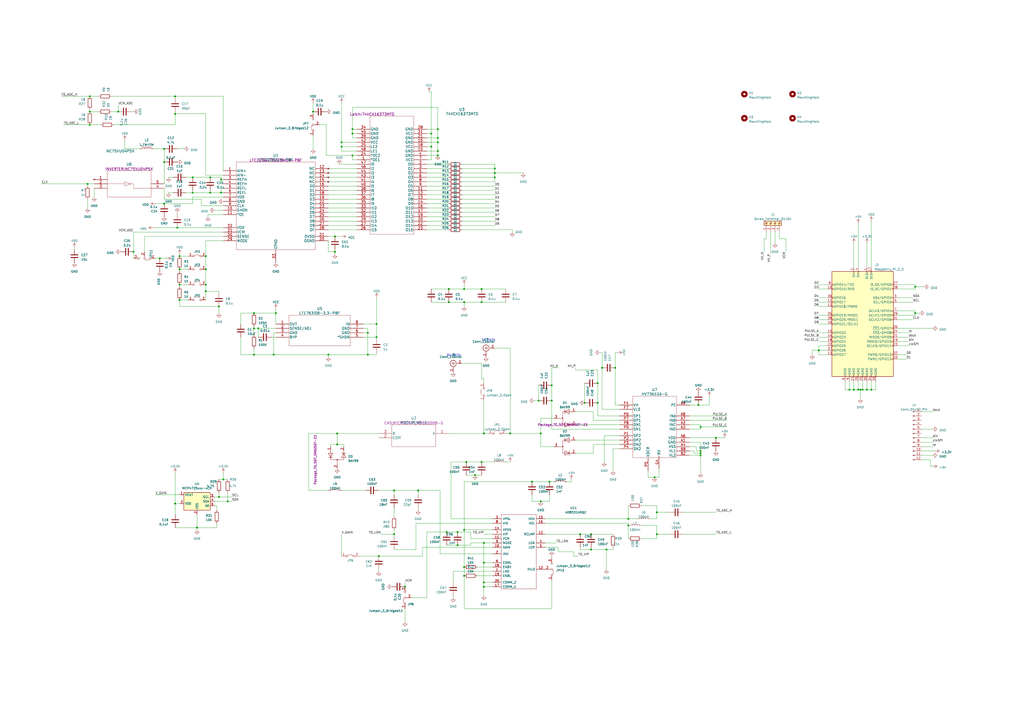
<source format=kicad_sch>
(kicad_sch (version 20230121) (generator eeschema)
  (paper "A2")
  (junction (at 280.67 326.39))
  (junction (at 228.6 309.88))
  (junction (at 147.32 190.5))
  (junction (at 254 90.17))
  (junction (at 119.38 168.91))
  (junction (at 104.14 148.59))
  (junction (at 111.76 111.76))
  (junction (at 312.42 232.41))
  (junction (at 149.86 190.5))
  (junction (at 313.69 251.46))
  (junction (at 213.36 205.74))
  (junction (at 219.71 322.58))
  (junction (at 320.04 223.52))
  (junction (at 129.54 278.13))
  (junction (at 342.9 309.88))
  (junction (at 356.87 213.36))
  (junction (at 279.4 167.64))
  (junction (at 52.07 72.39))
  (junction (at 279.4 175.26))
  (junction (at 530.86 166.37))
  (junction (at 406.4 262.89))
  (junction (at 194.31 137.16))
  (junction (at 349.25 213.36))
  (junction (at 104.14 173.99))
  (junction (at 254 87.63))
  (junction (at 406.4 264.16))
  (junction (at 181.61 64.77))
  (junction (at 308.61 279.4))
  (junction (at 405.13 234.95))
  (junction (at 92.71 149.86))
  (junction (at 254 82.55))
  (junction (at 234.95 340.36))
  (junction (at 95.25 93.98))
  (junction (at 95.25 86.36))
  (junction (at 52.07 64.77))
  (junction (at 364.49 300.99))
  (junction (at 198.12 82.55))
  (junction (at 280.67 251.46))
  (junction (at 228.6 284.48))
  (junction (at 121.92 102.87))
  (junction (at 213.36 193.04))
  (junction (at 346.71 233.68))
  (junction (at 121.92 111.76))
  (junction (at 111.76 102.87))
  (junction (at 320.04 232.41))
  (junction (at 269.24 334.01))
  (junction (at 530.86 181.61))
  (junction (at 218.44 195.58))
  (junction (at 198.12 85.09))
  (junction (at 50.8 106.68))
  (junction (at 250.19 85.09))
  (junction (at 260.35 167.64))
  (junction (at 104.14 156.21))
  (junction (at 95.25 118.11))
  (junction (at 364.49 304.8))
  (junction (at 280.67 340.36))
  (junction (at 406.4 247.65))
  (junction (at 194.31 146.05))
  (junction (at 160.02 181.61))
  (junction (at 497.84 226.06))
  (junction (at 265.43 316.23))
  (junction (at 119.38 156.21))
  (junction (at 147.32 181.61))
  (junction (at 379.73 276.86))
  (junction (at 127 177.8))
  (junction (at 342.9 318.77))
  (junction (at 406.4 261.62))
  (junction (at 147.32 205.74))
  (junction (at 119.38 165.1))
  (junction (at 260.35 175.26))
  (junction (at 204.47 74.93))
  (junction (at 101.6 292.1))
  (junction (at 500.38 226.06))
  (junction (at 287.02 102.87))
  (junction (at 218.44 187.96))
  (junction (at 505.46 226.06))
  (junction (at 204.47 90.17))
  (junction (at 195.58 251.46))
  (junction (at 495.3 226.06))
  (junction (at 313.69 290.83))
  (junction (at 132.08 290.83))
  (junction (at 270.51 267.97))
  (junction (at 269.24 328.93))
  (junction (at 254 80.01))
  (junction (at 242.57 284.48))
  (junction (at 269.24 167.64))
  (junction (at 280.67 337.82))
  (junction (at 265.43 308.61))
  (junction (at 127 288.29))
  (junction (at 158.75 205.74))
  (junction (at 204.47 77.47))
  (junction (at 77.47 146.05))
  (junction (at 279.4 267.97))
  (junction (at 295.91 251.46))
  (junction (at 68.58 64.77))
  (junction (at 269.24 307.34))
  (junction (at 415.29 254))
  (junction (at 190.5 205.74))
  (junction (at 339.09 233.68))
  (junction (at 346.71 222.25))
  (junction (at 499.11 226.06))
  (junction (at 492.76 226.06))
  (junction (at 102.87 132.08))
  (junction (at 275.59 275.59))
  (junction (at 318.77 279.4))
  (junction (at 101.6 66.04))
  (junction (at 287.02 100.33))
  (junction (at 502.92 226.06))
  (junction (at 101.6 55.88))
  (junction (at 114.3 306.07))
  (junction (at 269.24 175.26))
  (junction (at 128.27 104.14))
  (junction (at 259.08 308.61))
  (junction (at 280.67 314.96))
  (junction (at 128.27 111.76))
  (junction (at 250.19 77.47))
  (junction (at 336.55 309.88))
  (junction (at 195.58 257.81))
  (junction (at 104.14 165.1))
  (junction (at 381 309.88))
  (junction (at 52.07 55.88))
  (junction (at 287.02 97.79))
  (junction (at 474.98 203.2))
  (junction (at 381 297.18))
  (junction (at 119.38 148.59))
  (junction (at 254 74.93))
  (junction (at 351.79 318.77))
  (wire (pts (xy 530.86 181.61) (xy 530.86 182.88)))
  (wire (pts (xy 228.6 307.34) (xy 228.6 309.88)))
  (wire (pts (xy 219.71 322.58) (xy 208.28 322.58)))
  (wire (pts (xy 247.65 100.33) (xy 260.35 100.33)))
  (wire (pts (xy 260.35 175.26) (xy 269.24 175.26)))
  (wire (pts (xy 119.38 101.6) (xy 129.54 101.6)))
  (wire (pts (xy 90.17 118.11) (xy 95.25 118.11)))
  (wire (pts (xy 295.91 201.93) (xy 295.91 251.46)))
  (wire (pts (xy 295.91 251.46) (xy 313.69 251.46)))
  (wire (pts (xy 351.79 318.77) (xy 342.9 318.77)))
  (wire (pts (xy 280.67 251.46) (xy 283.21 251.46)))
  (wire (pts (xy 449.58 134.62) (xy 449.58 140.97)))
  (wire (pts (xy 534.67 259.08) (xy 541.02 259.08)))
  (wire (pts (xy 534.67 248.92) (xy 541.02 248.92)))
  (wire (pts (xy 520.7 200.66) (xy 527.05 200.66)))
  (wire (pts (xy 320.04 213.36) (xy 323.85 213.36)))
  (wire (pts (xy 213.36 190.5) (xy 213.36 193.04)))
  (wire (pts (xy 101.6 306.07) (xy 114.3 306.07)))
  (wire (pts (xy 132.08 290.83) (xy 134.62 290.83)))
  (wire (pts (xy 190.5 118.11) (xy 207.01 118.11)))
  (wire (pts (xy 452.12 134.62) (xy 452.12 138.43)))
  (wire (pts (xy 530.86 166.37) (xy 530.86 167.64)))
  (wire (pts (xy 474.98 193.04) (xy 480.06 193.04)))
  (wire (pts (xy 218.44 187.96) (xy 210.82 187.96)))
  (wire (pts (xy 111.76 111.76) (xy 121.92 111.76)))
  (wire (pts (xy 295.91 201.93) (xy 287.02 201.93)))
  (wire (pts (xy 270.51 267.97) (xy 261.62 267.97)))
  (wire (pts (xy 287.02 100.33) (xy 303.53 100.33)))
  (wire (pts (xy 50.8 115.57) (xy 50.8 120.65)))
  (wire (pts (xy 64.77 55.88) (xy 101.6 55.88)))
  (wire (pts (xy 480.06 185.42) (xy 474.98 185.42)))
  (wire (pts (xy 129.54 55.88) (xy 129.54 99.06)))
  (wire (pts (xy 101.6 55.88) (xy 129.54 55.88)))
  (wire (pts (xy 218.44 195.58) (xy 218.44 196.85)))
  (wire (pts (xy 247.65 105.41) (xy 260.35 105.41)))
  (wire (pts (xy 190.5 115.57) (xy 207.01 115.57)))
  (wire (pts (xy 128.27 106.68) (xy 128.27 104.14)))
  (wire (pts (xy 247.65 128.27) (xy 260.35 128.27)))
  (wire (pts (xy 119.38 66.04) (xy 119.38 101.6)))
  (wire (pts (xy 285.75 340.36) (xy 280.67 340.36)))
  (wire (pts (xy 320.04 213.36) (xy 320.04 223.52)))
  (wire (pts (xy 520.7 167.64) (xy 530.86 167.64)))
  (wire (pts (xy 261.62 267.97) (xy 261.62 300.99)))
  (wire (pts (xy 120.65 124.46) (xy 120.65 125.73)))
  (wire (pts (xy 279.4 167.64) (xy 293.37 167.64)))
  (wire (pts (xy 273.05 308.61) (xy 265.43 308.61)))
  (wire (pts (xy 280.67 232.41) (xy 280.67 251.46)))
  (wire (pts (xy 293.37 251.46) (xy 295.91 251.46)))
  (wire (pts (xy 139.7 181.61) (xy 139.7 187.96)))
  (wire (pts (xy 495.3 226.06) (xy 492.76 226.06)))
  (wire (pts (xy 285.75 334.01) (xy 276.86 334.01)))
  (wire (pts (xy 502.92 226.06) (xy 500.38 226.06)))
  (wire (pts (xy 474.98 182.88) (xy 480.06 182.88)))
  (wire (pts (xy 273.05 316.23) (xy 265.43 316.23)))
  (wire (pts (xy 218.44 205.74) (xy 213.36 205.74)))
  (wire (pts (xy 198.12 85.09) (xy 198.12 87.63)))
  (wire (pts (xy 331.47 279.4) (xy 331.47 278.13)))
  (wire (pts (xy 336.55 309.88) (xy 316.23 309.88)))
  (wire (pts (xy 129.54 104.14) (xy 128.27 104.14)))
  (wire (pts (xy 160.02 181.61) (xy 147.32 181.61)))
  (wire (pts (xy 190.5 105.41) (xy 207.01 105.41)))
  (wire (pts (xy 443.23 138.43) (xy 443.23 146.05)))
  (wire (pts (xy 194.31 137.16) (xy 198.12 137.16)))
  (wire (pts (xy 328.93 279.4) (xy 331.47 279.4)))
  (wire (pts (xy 77.47 134.62) (xy 129.54 134.62)))
  (wire (pts (xy 119.38 148.59) (xy 119.38 139.7)))
  (wire (pts (xy 355.6 273.05) (xy 355.6 260.35)))
  (wire (pts (xy 54.61 109.22) (xy 54.61 114.3)))
  (wire (pts (xy 318.77 290.83) (xy 318.77 287.02)))
  (wire (pts (xy 218.44 187.96) (xy 218.44 195.58)))
  (wire (pts (xy 355.6 309.88) (xy 342.9 309.88)))
  (wire (pts (xy 415.29 297.18) (xy 396.24 297.18)))
  (wire (pts (xy 344.17 238.76) (xy 334.01 238.76)))
  (wire (pts (xy 406.4 247.65) (xy 406.4 248.92)))
  (wire (pts (xy 234.95 353.06) (xy 234.95 360.68)))
  (wire (pts (xy 279.4 275.59) (xy 275.59 275.59)))
  (wire (pts (xy 403.86 261.62) (xy 406.4 261.62)))
  (wire (pts (xy 520.7 185.42) (xy 529.59 185.42)))
  (wire (pts (xy 147.32 201.93) (xy 147.32 205.74)))
  (wire (pts (xy 139.7 195.58) (xy 139.7 205.74)))
  (wire (pts (xy 474.98 200.66) (xy 480.06 200.66)))
  (wire (pts (xy 72.39 86.36) (xy 81.28 86.36)))
  (wire (pts (xy 285.75 337.82) (xy 280.67 337.82)))
  (wire (pts (xy 158.75 205.74) (xy 190.5 205.74)))
  (wire (pts (xy 111.76 114.3) (xy 111.76 118.11)))
  (wire (pts (xy 267.97 105.41) (xy 287.02 105.41)))
  (wire (pts (xy 114.3 306.07) (xy 114.3 307.34)))
  (wire (pts (xy 369.57 300.99) (xy 364.49 300.99)))
  (wire (pts (xy 101.6 64.77) (xy 101.6 66.04)))
  (wire (pts (xy 375.92 273.05) (xy 375.92 276.86)))
  (wire (pts (xy 190.5 113.03) (xy 207.01 113.03)))
  (wire (pts (xy 364.49 303.53) (xy 364.49 304.8)))
  (wire (pts (xy 72.39 81.28) (xy 72.39 86.36)))
  (wire (pts (xy 101.6 292.1) (xy 104.14 292.1)))
  (wire (pts (xy 474.98 198.12) (xy 480.06 198.12)))
  (wire (pts (xy 520.7 190.5) (xy 541.02 190.5)))
  (wire (pts (xy 505.46 128.27) (xy 505.46 154.94)))
  (wire (pts (xy 421.64 247.65) (xy 406.4 247.65)))
  (wire (pts (xy 198.12 82.55) (xy 198.12 85.09)))
  (wire (pts (xy 349.25 213.36) (xy 349.25 204.47)))
  (wire (pts (xy 359.41 243.84) (xy 344.17 243.84)))
  (wire (pts (xy 520.7 205.74) (xy 525.78 205.74)))
  (wire (pts (xy 279.4 219.71) (xy 280.67 219.71)))
  (wire (pts (xy 119.38 139.7) (xy 129.54 139.7)))
  (wire (pts (xy 267.97 130.81) (xy 287.02 130.81)))
  (wire (pts (xy 474.98 200.66) (xy 474.98 203.2)))
  (wire (pts (xy 260.35 167.64) (xy 269.24 167.64)))
  (wire (pts (xy 190.5 130.81) (xy 207.01 130.81)))
  (wire (pts (xy 349.25 213.36) (xy 349.25 237.49)))
  (wire (pts (xy 400.05 261.62) (xy 402.59 261.62)))
  (wire (pts (xy 285.75 307.34) (xy 269.24 307.34)))
  (wire (pts (xy 147.32 205.74) (xy 158.75 205.74)))
  (wire (pts (xy 265.43 316.23) (xy 259.08 316.23)))
  (wire (pts (xy 204.47 77.47) (xy 204.47 74.93)))
  (wire (pts (xy 219.71 251.46) (xy 195.58 251.46)))
  (wire (pts (xy 267.97 125.73) (xy 287.02 125.73)))
  (wire (pts (xy 190.5 102.87) (xy 207.01 102.87)))
  (wire (pts (xy 279.4 267.97) (xy 270.51 267.97)))
  (wire (pts (xy 190.5 128.27) (xy 207.01 128.27)))
  (wire (pts (xy 285.75 326.39) (xy 280.67 326.39)))
  (wire (pts (xy 198.12 59.69) (xy 198.12 82.55)))
  (wire (pts (xy 344.17 238.76) (xy 344.17 243.84)))
  (wire (pts (xy 68.58 60.96) (xy 68.58 64.77)))
  (wire (pts (xy 157.48 195.58) (xy 160.02 195.58)))
  (wire (pts (xy 332.74 322.58) (xy 332.74 320.04)))
  (wire (pts (xy 285.75 312.42) (xy 273.05 312.42)))
  (wire (pts (xy 492.76 220.98) (xy 492.76 226.06)))
  (wire (pts (xy 355.6 318.77) (xy 351.79 318.77)))
  (wire (pts (xy 198.12 82.55) (xy 207.01 82.55)))
  (wire (pts (xy 219.71 330.2) (xy 219.71 331.47)))
  (wire (pts (xy 24.13 106.68) (xy 50.8 106.68)))
  (wire (pts (xy 250.19 175.26) (xy 260.35 175.26)))
  (wire (pts (xy 275.59 275.59) (xy 270.51 275.59)))
  (wire (pts (xy 382.27 271.78) (xy 382.27 276.86)))
  (wire (pts (xy 198.12 87.63) (xy 207.01 87.63)))
  (wire (pts (xy 267.97 97.79) (xy 287.02 97.79)))
  (wire (pts (xy 285.75 328.93) (xy 276.86 328.93)))
  (wire (pts (xy 247.65 85.09) (xy 250.19 85.09)))
  (wire (pts (xy 267.97 113.03) (xy 287.02 113.03)))
  (wire (pts (xy 196.85 95.25) (xy 207.01 95.25)))
  (wire (pts (xy 364.49 293.37) (xy 364.49 300.99)))
  (wire (pts (xy 335.28 322.58) (xy 332.74 322.58)))
  (wire (pts (xy 269.24 175.26) (xy 269.24 177.8)))
  (wire (pts (xy 520.7 208.28) (xy 525.78 208.28)))
  (wire (pts (xy 262.89 331.47) (xy 262.89 337.82)))
  (wire (pts (xy 207.01 80.01) (xy 204.47 80.01)))
  (wire (pts (xy 499.11 226.06) (xy 499.11 231.14)))
  (wire (pts (xy 119.38 156.21) (xy 119.38 165.1)))
  (wire (pts (xy 190.5 123.19) (xy 207.01 123.19)))
  (wire (pts (xy 36.83 72.39) (xy 52.07 72.39)))
  (wire (pts (xy 250.19 92.71) (xy 250.19 85.09)))
  (wire (pts (xy 297.18 133.35) (xy 297.18 134.62)))
  (wire (pts (xy 508 226.06) (xy 505.46 226.06)))
  (wire (pts (xy 101.6 55.88) (xy 101.6 57.15)))
  (wire (pts (xy 160.02 190.5) (xy 149.86 190.5)))
  (wire (pts (xy 400.05 246.38) (xy 406.4 246.38)))
  (wire (pts (xy 190.5 205.74) (xy 190.5 207.01)))
  (wire (pts (xy 190.5 97.79) (xy 207.01 97.79)))
  (wire (pts (xy 351.79 318.77) (xy 351.79 330.2)))
  (wire (pts (xy 381 309.88) (xy 381 312.42)))
  (wire (pts (xy 402.59 262.89) (xy 406.4 262.89)))
  (wire (pts (xy 241.3 303.53) (xy 285.75 303.53)))
  (wire (pts (xy 204.47 74.93) (xy 207.01 74.93)))
  (wire (pts (xy 129.54 106.68) (xy 128.27 106.68)))
  (wire (pts (xy 190.5 284.48) (xy 179.07 284.48)))
  (wire (pts (xy 471.17 205.74) (xy 471.17 203.2)))
  (wire (pts (xy 127 278.13) (xy 129.54 278.13)))
  (wire (pts (xy 127 177.8) (xy 127 181.61)))
  (wire (pts (xy 280.67 326.39) (xy 280.67 337.82)))
  (wire (pts (xy 190.5 125.73) (xy 207.01 125.73)))
  (wire (pts (xy 520.7 198.12) (xy 527.05 198.12)))
  (wire (pts (xy 204.47 80.01) (xy 204.47 77.47)))
  (wire (pts (xy 539.75 266.7) (xy 534.67 266.7)))
  (wire (pts (xy 247.65 130.81) (xy 260.35 130.81)))
  (wire (pts (xy 267.97 123.19) (xy 287.02 123.19)))
  (wire (pts (xy 320.04 232.41) (xy 320.04 248.92)))
  (wire (pts (xy 323.85 320.04) (xy 323.85 317.5)))
  (wire (pts (xy 356.87 204.47) (xy 358.14 204.47)))
  (wire (pts (xy 190.5 120.65) (xy 207.01 120.65)))
  (wire (pts (xy 471.17 203.2) (xy 474.98 203.2)))
  (wire (pts (xy 497.84 220.98) (xy 497.84 226.06)))
  (wire (pts (xy 212.09 284.48) (xy 198.12 284.48)))
  (wire (pts (xy 505.46 220.98) (xy 505.46 226.06)))
  (wire (pts (xy 342.9 309.88) (xy 336.55 309.88)))
  (wire (pts (xy 90.17 287.02) (xy 104.14 287.02)))
  (wire (pts (xy 77.47 134.62) (xy 77.47 146.05)))
  (wire (pts (xy 95.25 86.36) (xy 95.25 93.98)))
  (wire (pts (xy 443.23 138.43) (xy 444.5 138.43)))
  (wire (pts (xy 245.11 322.58) (xy 219.71 322.58)))
  (wire (pts (xy 269.24 307.34) (xy 269.24 328.93)))
  (wire (pts (xy 198.12 85.09) (xy 207.01 85.09)))
  (wire (pts (xy 495.3 220.98) (xy 495.3 226.06)))
  (wire (pts (xy 189.23 90.17) (xy 204.47 90.17)))
  (wire (pts (xy 104.14 148.59) (xy 109.22 148.59)))
  (wire (pts (xy 447.04 134.62) (xy 447.04 147.32)))
  (wire (pts (xy 247.65 115.57) (xy 260.35 115.57)))
  (wire (pts (xy 495.3 140.97) (xy 495.3 154.94)))
  (wire (pts (xy 128.27 109.22) (xy 129.54 109.22)))
  (wire (pts (xy 129.54 274.32) (xy 129.54 278.13)))
  (wire (pts (xy 127 168.91) (xy 127 170.18)))
  (wire (pts (xy 195.58 251.46) (xy 179.07 251.46)))
  (wire (pts (xy 444.5 134.62) (xy 444.5 138.43)))
  (wire (pts (xy 101.6 72.39) (xy 101.6 66.04)))
  (wire (pts (xy 308.61 290.83) (xy 313.69 290.83)))
  (wire (pts (xy 158.75 205.74) (xy 158.75 193.04)))
  (wire (pts (xy 260.35 251.46) (xy 280.67 251.46)))
  (wire (pts (xy 104.14 173.99) (xy 104.14 177.8)))
  (wire (pts (xy 262.89 345.44) (xy 262.89 346.71)))
  (wire (pts (xy 313.69 259.08) (xy 321.31 259.08)))
  (wire (pts (xy 147.32 181.61) (xy 139.7 181.61)))
  (wire (pts (xy 241.3 318.77) (xy 241.3 303.53)))
  (wire (pts (xy 210.82 190.5) (xy 213.36 190.5)))
  (wire (pts (xy 124.46 293.37) (xy 125.73 293.37)))
  (wire (pts (xy 160.02 181.61) (xy 160.02 187.96)))
  (wire (pts (xy 210.82 195.58) (xy 218.44 195.58)))
  (wire (pts (xy 160.02 179.07) (xy 160.02 181.61)))
  (wire (pts (xy 269.24 353.06) (xy 320.04 353.06)))
  (wire (pts (xy 116.84 119.38) (xy 129.54 119.38)))
  (wire (pts (xy 359.41 241.3) (xy 346.71 241.3)))
  (wire (pts (xy 190.5 146.05) (xy 194.31 146.05)))
  (wire (pts (xy 129.54 114.3) (xy 111.76 114.3)))
  (wire (pts (xy 285.75 317.5) (xy 245.11 317.5)))
  (wire (pts (xy 139.7 205.74) (xy 147.32 205.74)))
  (wire (pts (xy 308.61 279.4) (xy 318.77 279.4)))
  (wire (pts (xy 534.67 254) (xy 541.02 254)))
  (wire (pts (xy 125.73 293.37) (xy 125.73 295.91)))
  (wire (pts (xy 346.71 214.63) (xy 346.71 222.25)))
  (wire (pts (xy 64.77 64.77) (xy 68.58 64.77)))
  (wire (pts (xy 119.38 165.1) (xy 119.38 168.91)))
  (wire (pts (xy 356.87 234.95) (xy 359.41 234.95)))
  (wire (pts (xy 254 80.01) (xy 247.65 80.01)))
  (wire (pts (xy 104.14 173.99) (xy 109.22 173.99)))
  (wire (pts (xy 254 80.01) (xy 254 82.55)))
  (wire (pts (xy 181.61 78.74) (xy 181.61 86.36)))
  (wire (pts (xy 101.6 66.04) (xy 119.38 66.04)))
  (wire (pts (xy 255.27 284.48) (xy 255.27 321.31)))
  (wire (pts (xy 356.87 213.36) (xy 356.87 234.95)))
  (wire (pts (xy 480.06 165.1) (xy 474.98 165.1)))
  (wire (pts (xy 199.39 257.81) (xy 199.39 259.08)))
  (wire (pts (xy 269.24 279.4) (xy 269.24 307.34)))
  (wire (pts (xy 334.01 262.89) (xy 344.17 262.89)))
  (wire (pts (xy 102.87 123.19) (xy 102.87 124.46)))
  (wire (pts (xy 490.22 226.06) (xy 490.22 220.98)))
  (wire (pts (xy 127 285.75) (xy 127 288.29)))
  (wire (pts (xy 287.02 100.33) (xy 287.02 102.87)))
  (wire (pts (xy 124.46 290.83) (xy 132.08 290.83)))
  (wire (pts (xy 191.77 257.81) (xy 195.58 257.81)))
  (wire (pts (xy 238.76 346.71) (xy 247.65 346.71)))
  (wire (pts (xy 247.65 110.49) (xy 260.35 110.49)))
  (wire (pts (xy 287.02 102.87) (xy 287.02 105.41)))
  (wire (pts (xy 279.4 175.26) (xy 293.37 175.26)))
  (wire (pts (xy 254 87.63) (xy 247.65 87.63)))
  (wire (pts (xy 114.3 298.45) (xy 114.3 306.07)))
  (wire (pts (xy 530.86 182.88) (xy 520.7 182.88)))
  (wire (pts (xy 313.69 251.46) (xy 313.69 259.08)))
  (wire (pts (xy 334.01 246.38) (xy 359.41 246.38)))
  (wire (pts (xy 121.92 110.49) (xy 121.92 111.76)))
  (wire (pts (xy 400.05 264.16) (xy 406.4 264.16)))
  (wire (pts (xy 77.47 64.77) (xy 76.2 64.77)))
  (wire (pts (xy 149.86 190.5) (xy 149.86 195.58)))
  (wire (pts (xy 128.27 109.22) (xy 128.27 111.76)))
  (wire (pts (xy 104.14 177.8) (xy 127 177.8)))
  (wire (pts (xy 267.97 107.95) (xy 287.02 107.95)))
  (wire (pts (xy 285.75 309.88) (xy 280.67 309.88)))
  (wire (pts (xy 77.47 146.05) (xy 77.47 149.86)))
  (wire (pts (xy 121.92 102.87) (xy 111.76 102.87)))
  (wire (pts (xy 190.5 133.35) (xy 207.01 133.35)))
  (wire (pts (xy 119.38 148.59) (xy 119.38 156.21)))
  (wire (pts (xy 254 82.55) (xy 247.65 82.55)))
  (wire (pts (xy 406.4 256.54) (xy 406.4 261.62)))
  (wire (pts (xy 204.47 74.93) (xy 204.47 62.23)))
  (wire (pts (xy 204.47 90.17) (xy 207.01 90.17)))
  (wire (pts (xy 500.38 226.06) (xy 499.11 226.06)))
  (wire (pts (xy 119.38 168.91) (xy 127 168.91)))
  (wire (pts (xy 218.44 204.47) (xy 218.44 205.74)))
  (wire (pts (xy 247.65 120.65) (xy 260.35 120.65)))
  (wire (pts (xy 364.49 304.8) (xy 364.49 312.42)))
  (wire (pts (xy 147.32 189.23) (xy 147.32 190.5)))
  (wire (pts (xy 247.65 107.95) (xy 260.35 107.95)))
  (wire (pts (xy 421.64 241.3) (xy 400.05 241.3)))
  (wire (pts (xy 102.87 132.08) (xy 129.54 132.08)))
  (wire (pts (xy 95.25 109.22) (xy 95.25 115.57)))
  (wire (pts (xy 313.69 242.57) (xy 313.69 251.46)))
  (wire (pts (xy 406.4 261.62) (xy 406.4 262.89)))
  (wire (pts (xy 250.19 77.47) (xy 250.19 85.09)))
  (wire (pts (xy 334.01 213.36) (xy 334.01 214.63)))
  (wire (pts (xy 309.88 232.41) (xy 312.42 232.41)))
  (wire (pts (xy 474.98 195.58) (xy 480.06 195.58)))
  (wire (pts (xy 400.05 234.95) (xy 405.13 234.95)))
  (wire (pts (xy 355.6 317.5) (xy 355.6 318.77)))
  (wire (pts (xy 228.6 318.77) (xy 241.3 318.77)))
  (wire (pts (xy 50.8 106.68) (xy 50.8 107.95)))
  (wire (pts (xy 129.54 278.13) (xy 132.08 278.13)))
  (wire (pts (xy 346.71 222.25) (xy 346.71 233.68)))
  (wire (pts (xy 280.67 314.96) (xy 273.05 314.96)))
  (wire (pts (xy 280.67 314.96) (xy 280.67 326.39)))
  (wire (pts (xy 313.69 242.57) (xy 321.31 242.57)))
  (wire (pts (xy 530.86 181.61) (xy 533.4 181.61)))
  (wire (pts (xy 254 62.23) (xy 254 74.93)))
  (wire (pts (xy 247.65 102.87) (xy 260.35 102.87)))
  (wire (pts (xy 339.09 222.25) (xy 339.09 233.68)))
  (wire (pts (xy 480.06 167.64) (xy 474.98 167.64)))
  (wire (pts (xy 323.85 317.5) (xy 316.23 317.5)))
  (wire (pts (xy 129.54 121.92) (xy 124.46 121.92)))
  (wire (pts (xy 320.04 248.92) (xy 359.41 248.92)))
  (wire (pts (xy 342.9 317.5) (xy 342.9 318.77)))
  (wire (pts (xy 228.6 299.72) (xy 228.6 294.64)))
  (wire (pts (xy 406.4 248.92) (xy 400.05 248.92)))
  (wire (pts (xy 344.17 262.89) (xy 344.17 257.81)))
  (wire (pts (xy 381 300.99) (xy 377.19 300.99)))
  (wire (pts (xy 88.9 86.36) (xy 95.25 86.36)))
  (wire (pts (xy 66.04 72.39) (xy 101.6 72.39)))
  (wire (pts (xy 534.67 264.16) (xy 541.02 264.16)))
  (wire (pts (xy 480.06 172.72) (xy 474.98 172.72)))
  (wire (pts (xy 480.06 175.26) (xy 474.98 175.26)))
  (wire (pts (xy 349.25 237.49) (xy 359.41 237.49)))
  (wire (pts (xy 534.67 261.62) (xy 542.29 261.62)))
  (wire (pts (xy 396.24 309.88) (xy 415.29 309.88)))
  (wire (pts (xy 520.7 193.04) (xy 527.05 193.04)))
  (wire (pts (xy 43.18 143.51) (xy 43.18 144.78)))
  (wire (pts (xy 411.48 229.87) (xy 411.48 234.95)))
  (wire (pts (xy 101.6 274.32) (xy 101.6 292.1)))
  (wire (pts (xy 255.27 284.48) (xy 242.57 284.48)))
  (wire (pts (xy 259.08 308.61) (xy 247.65 308.61)))
  (wire (pts (xy 132.08 285.75) (xy 132.08 290.83)))
  (wire (pts (xy 308.61 287.02) (xy 308.61 290.83)))
  (wire (pts (xy 114.3 306.07) (xy 125.73 306.07)))
  (wire (pts (xy 267.97 102.87) (xy 287.02 102.87)))
  (wire (pts (xy 279.4 210.82) (xy 279.4 219.71)))
  (wire (pts (xy 269.24 328.93) (xy 269.24 334.01)))
  (wire (pts (xy 204.47 77.47) (xy 207.01 77.47)))
  (wire (pts (xy 254 90.17) (xy 247.65 90.17)))
  (wire (pts (xy 128.27 104.14) (xy 128.27 102.87)))
  (wire (pts (xy 250.19 167.64) (xy 260.35 167.64)))
  (wire (pts (xy 342.9 318.77) (xy 336.55 318.77)))
  (wire (pts (xy 269.24 175.26) (xy 279.4 175.26)))
  (wire (pts (xy 334.01 255.27) (xy 359.41 255.27)))
  (wire (pts (xy 265.43 308.61) (xy 259.08 308.61)))
  (wire (pts (xy 336.55 317.5) (xy 336.55 318.77)))
  (wire (pts (xy 194.31 144.78) (xy 194.31 146.05)))
  (wire (pts (xy 128.27 102.87) (xy 121.92 102.87)))
  (wire (pts (xy 83.82 137.16) (xy 83.82 146.05)))
  (wire (pts (xy 269.24 165.1) (xy 269.24 167.64)))
  (wire (pts (xy 102.87 86.36) (xy 106.68 86.36)))
  (wire (pts (xy 190.5 100.33) (xy 207.01 100.33)))
  (wire (pts (xy 179.07 251.46) (xy 179.07 284.48)))
  (wire (pts (xy 92.71 149.86) (xy 90.17 149.86)))
  (wire (pts (xy 285.75 331.47) (xy 262.89 331.47)))
  (wire (pts (xy 530.86 166.37) (xy 535.94 166.37)))
  (wire (pts (xy 120.65 124.46) (xy 129.54 124.46)))
  (wire (pts (xy 406.4 246.38) (xy 406.4 247.65)))
  (wire (pts (xy 247.65 95.25) (xy 260.35 95.25)))
  (wire (pts (xy 95.25 93.98) (xy 95.25 106.68)))
  (wire (pts (xy 228.6 309.88) (xy 220.98 309.88)))
  (wire (pts (xy 508 220.98) (xy 508 226.06)))
  (wire (pts (xy 350.52 267.97) (xy 350.52 252.73)))
  (wire (pts (xy 372.11 293.37) (xy 381 293.37)))
  (wire (pts (xy 158.75 193.04) (xy 160.02 193.04)))
  (wire (pts (xy 92.71 149.86) (xy 96.52 149.86)))
  (wire (pts (xy 502.92 140.97) (xy 502.92 154.94)))
  (wire (pts (xy 97.79 111.76) (xy 100.33 111.76)))
  (wire (pts (xy 181.61 59.69) (xy 181.61 64.77)))
  (wire (pts (xy 247.65 74.93) (xy 254 74.93)))
  (wire (pts (xy 204.47 62.23) (xy 254 62.23)))
  (wire (pts (xy 83.82 137.16) (xy 129.54 137.16)))
  (wire (pts (xy 474.98 203.2) (xy 480.06 203.2)))
  (wire (pts (xy 269.24 167.64) (xy 279.4 167.64)))
  (wire (pts (xy 127 288.29) (xy 134.62 288.29)))
  (wire (pts (xy 505.46 226.06) (xy 502.92 226.06)))
  (wire (pts (xy 267.97 128.27) (xy 287.02 128.27)))
  (wire (pts (xy 247.65 92.71) (xy 250.19 92.71)))
  (wire (pts (xy 372.11 304.8) (xy 381 304.8)))
  (wire (pts (xy 104.14 156.21) (xy 109.22 156.21)))
  (wire (pts (xy 406.4 264.16) (xy 406.4 274.32)))
  (wire (pts (xy 474.98 205.74) (xy 480.06 205.74)))
  (wire (pts (xy 95.25 115.57) (xy 116.84 115.57)))
  (wire (pts (xy 350.52 252.73) (xy 359.41 252.73)))
  (wire (pts (xy 349.25 204.47) (xy 347.98 204.47)))
  (wire (pts (xy 228.6 284.48) (xy 228.6 287.02)))
  (wire (pts (xy 228.6 284.48) (xy 219.71 284.48)))
  (wire (pts (xy 320.04 322.58) (xy 320.04 323.85)))
  (wire (pts (xy 269.24 334.01) (xy 269.24 353.06)))
  (wire (pts (xy 204.47 92.71) (xy 207.01 92.71)))
  (wire (pts (xy 530.86 165.1) (xy 530.86 166.37)))
  (wire (pts (xy 267.97 120.65) (xy 287.02 120.65)))
  (wire (pts (xy 411.48 234.95) (xy 405.13 234.95)))
  (wire (pts (xy 250.19 53.34) (xy 250.19 77.47)))
  (wire (pts (xy 128.27 111.76) (xy 129.54 111.76)))
  (wire (pts (xy 198.12 309.88) (xy 198.12 322.58)))
  (wire (pts (xy 280.67 219.71) (xy 280.67 222.25)))
  (wire (pts (xy 204.47 90.17) (xy 204.47 92.71)))
  (wire (pts (xy 534.67 238.76) (xy 541.02 238.76)))
  (wire (pts (xy 415.29 254) (xy 400.05 254)))
  (wire (pts (xy 359.41 257.81) (xy 344.17 257.81)))
  (wire (pts (xy 35.56 55.88) (xy 52.07 55.88)))
  (wire (pts (xy 520.7 195.58) (xy 527.05 195.58)))
  (wire (pts (xy 452.12 138.43) (xy 455.93 138.43)))
  (wire (pts (xy 480.06 177.8) (xy 474.98 177.8)))
  (wire (pts (xy 218.44 172.72) (xy 218.44 187.96)))
  (wire (pts (xy 190.5 107.95) (xy 207.01 107.95)))
  (wire (pts (xy 313.69 290.83) (xy 318.77 290.83)))
  (wire (pts (xy 280.67 340.36) (xy 280.67 345.44)))
  (wire (pts (xy 421.64 243.84) (xy 400.05 243.84)))
  (wire (pts (xy 520.7 175.26) (xy 529.59 175.26)))
  (wire (pts (xy 285.75 300.99) (xy 261.62 300.99)))
  (wire (pts (xy 213.36 193.04) (xy 213.36 205.74)))
  (wire (pts (xy 267.97 118.11) (xy 287.02 118.11)))
  (wire (pts (xy 388.62 309.88) (xy 381 309.88)))
  (wire (pts (xy 242.57 295.91) (xy 242.57 294.64)))
  (wire (pts (xy 273.05 312.42) (xy 273.05 308.61)))
  (wire (pts (xy 189.23 90.17) (xy 189.23 72.39)))
  (wire (pts (xy 107.95 111.76) (xy 111.76 111.76)))
  (wire (pts (xy 50.8 106.68) (xy 54.61 106.68)))
  (wire (pts (xy 242.57 284.48) (xy 228.6 284.48)))
  (wire (pts (xy 195.58 257.81) (xy 199.39 257.81)))
  (wire (pts (xy 530.86 180.34) (xy 520.7 180.34)))
  (wire (pts (xy 320.04 223.52) (xy 320.04 232.41)))
  (wire (pts (xy 285.75 314.96) (xy 280.67 314.96)))
  (wire (pts (xy 534.67 256.54) (xy 541.02 256.54)))
  (wire (pts (xy 381 297.18) (xy 381 300.99)))
  (wire (pts (xy 381 312.42) (xy 372.11 312.42)))
  (wire (pts (xy 194.31 146.05) (xy 194.31 147.32)))
  (wire (pts (xy 181.61 64.77) (xy 181.61 66.04)))
  (wire (pts (xy 455.93 138.43) (xy 455.93 146.05)))
  (wire (pts (xy 247.65 113.03) (xy 260.35 113.03)))
  (wire (pts (xy 104.14 156.21) (xy 104.14 157.48)))
  (wire (pts (xy 101.6 292.1) (xy 101.6 298.45)))
  (wire (pts (xy 190.5 137.16) (xy 194.31 137.16)))
  (wire (pts (xy 52.07 64.77) (xy 57.15 64.77)))
  (wire (pts (xy 111.76 110.49) (xy 111.76 111.76)))
  (wire (pts (xy 116.84 115.57) (xy 116.84 119.38)))
  (wire (pts (xy 539.75 270.51) (xy 539.75 266.7)))
  (wire (pts (xy 247.65 123.19) (xy 260.35 123.19)))
  (wire (pts (xy 322.58 314.96) (xy 316.23 314.96)))
  (wire (pts (xy 267.97 210.82) (xy 279.4 210.82)))
  (wire (pts (xy 185.42 72.39) (xy 189.23 72.39)))
  (wire (pts (xy 88.9 132.08) (xy 102.87 132.08)))
  (wire (pts (xy 250.19 53.34) (xy 248.92 53.34)))
  (wire (pts (xy 254 87.63) (xy 254 90.17)))
  (wire (pts (xy 497.84 226.06) (xy 495.3 226.06)))
  (wire (pts (xy 254 82.55) (xy 254 87.63)))
  (wire (pts (xy 320.04 353.06) (xy 320.04 336.55)))
  (wire (pts (xy 245.11 317.5) (xy 245.11 322.58)))
  (wire (pts (xy 195.58 251.46) (xy 195.58 257.81)))
  (wire (pts (xy 280.67 337.82) (xy 280.67 340.36)))
  (wire (pts (xy 247.65 125.73) (xy 260.35 125.73)))
  (wire (pts (xy 497.84 129.54) (xy 497.84 154.94)))
  (wire (pts (xy 356.87 213.36) (xy 356.87 204.47)))
  (wire (pts (xy 213.36 205.74) (xy 190.5 205.74)))
  (wire (pts (xy 191.77 259.08) (xy 191.77 257.81)))
  (wire (pts (xy 316.23 300.99) (xy 364.49 300.99)))
  (wire (pts (xy 190.5 139.7) (xy 190.5 146.05)))
  (wire (pts (xy 474.98 203.2) (xy 474.98 205.74)))
  (wire (pts (xy 406.4 262.89) (xy 406.4 264.16)))
  (wire (pts (xy 530.86 180.34) (xy 530.86 181.61)))
  (wire (pts (xy 375.92 276.86) (xy 379.73 276.86)))
  (wire (pts (xy 234.95 337.82) (xy 234.95 340.36)))
  (wire (pts (xy 267.97 95.25) (xy 287.02 95.25)))
  (wire (pts (xy 247.65 97.79) (xy 260.35 97.79)))
  (wire (pts (xy 403.86 261.62) (xy 403.86 259.08)))
  (wire (pts (xy 52.07 72.39) (xy 58.42 72.39)))
  (wire (pts (xy 334.01 214.63) (xy 346.71 214.63)))
  (wire (pts (xy 420.37 254) (xy 415.29 254)))
  (wire (pts (xy 149.86 190.5) (xy 147.32 190.5)))
  (wire (pts (xy 400.05 256.54) (xy 406.4 256.54)))
  (wire (pts (xy 190.5 110.49) (xy 207.01 110.49)))
  (wire (pts (xy 502.92 220.98) (xy 502.92 226.06)))
  (wire (pts (xy 346.71 233.68) (xy 346.71 241.3)))
  (wire (pts (xy 539.75 270.51) (xy 541.02 270.51)))
  (wire (pts (xy 287.02 95.25) (xy 287.02 97.79)))
  (wire (pts (xy 97.79 102.87) (xy 100.33 102.87)))
  (wire (pts (xy 355.6 260.35) (xy 359.41 260.35)))
  (wire (pts (xy 52.07 63.5) (xy 52.07 64.77)))
  (wire (pts (xy 295.91 267.97) (xy 293.37 267.97)))
  (wire (pts (xy 119.38 168.91) (xy 119.38 173.99)))
  (wire (pts (xy 403.86 259.08) (xy 400.05 259.08)))
  (wire (pts (xy 520.7 172.72) (xy 529.59 172.72)))
  (wire (pts (xy 125.73 303.53) (xy 125.73 306.07)))
  (wire (pts (xy 104.14 165.1) (xy 109.22 165.1)))
  (wire (pts (xy 382.27 276.86) (xy 379.73 276.86)))
  (wire (pts (xy 267.97 110.49) (xy 287.02 110.49)))
  (wire (pts (xy 273.05 314.96) (xy 273.05 316.23)))
  (wire (pts (xy 492.76 226.06) (xy 490.22 226.06)))
  (wire (pts (xy 52.07 55.88) (xy 57.15 55.88)))
  (wire (pts (xy 121.92 111.76) (xy 128.27 111.76)))
  (wire (pts (xy 228.6 309.88) (xy 228.6 311.15)))
  (wire (pts (xy 388.62 297.18) (xy 381 297.18)))
  (wire (pts (xy 520.7 165.1) (xy 530.86 165.1)))
  (wire (pts (xy 104.14 165.1) (xy 104.14 166.37)))
  (wire (pts (xy 285.75 267.97) (xy 279.4 267.97)))
  (wire (pts (xy 267.97 133.35) (xy 297.18 133.35)))
  (wire (pts (xy 247.65 308.61) (xy 247.65 346.71)))
  (wire (pts (xy 247.65 133.35) (xy 260.35 133.35)))
  (wire (pts (xy 402.59 261.62) (xy 402.59 262.89)))
  (wire (pts (xy 247.65 118.11) (xy 260.35 118.11)))
  (wire (pts (xy 242.57 284.48) (xy 242.57 287.02)))
  (wire (pts (xy 255.27 321.31) (xy 285.75 321.31)))
  (wire (pts (xy 104.14 147.32) (xy 104.14 148.59)))
  (wire (pts (xy 247.65 77.47) (xy 250.19 77.47)))
  (wire (pts (xy 124.46 288.29) (xy 127 288.29)))
  (wire (pts (xy 323.85 320.04) (xy 332.74 320.04)))
  (wire (pts (xy 213.36 193.04) (xy 210.82 193.04)))
  (wire (pts (xy 95.25 118.11) (xy 111.76 118.11)))
  (wire (pts (xy 500.38 220.98) (xy 500.38 226.06)))
  (wire (pts (xy 147.32 190.5) (xy 147.32 194.31)))
  (wire (pts (xy 308.61 279.4) (xy 269.24 279.4)))
  (wire (pts (xy 267.97 115.57) (xy 287.02 115.57)))
  (wire (pts (xy 381 304.8) (xy 381 309.88)))
  (wire (pts (xy 480.06 187.96) (xy 474.98 187.96)))
  (wire (pts (xy 287.02 97.79) (xy 287.02 100.33)))
  (wire (pts (xy 107.95 102.87) (xy 111.76 102.87)))
  (wire (pts (xy 381 293.37) (xy 381 297.18)))
  (wire (pts (xy 312.42 223.52) (xy 312.42 232.41)))
  (wire (pts (xy 316.23 303.53) (xy 364.49 303.53)))
  (wire (pts (xy 318.77 279.4) (xy 321.31 279.4)))
  (wire (pts (xy 254 74.93) (xy 254 80.01)))
  (wire (pts (xy 499.11 226.06) (xy 497.84 226.06)))
  (wire (pts (xy 267.97 100.33) (xy 287.02 100.33)))
  (rectangle (start 111.76 26.67) (end 111.76 26.67))
  (text "TX PATH\n" (at 279.4 198.12 0) (effects (font (size 1.27 1.27)) (justify left bottom)))
  (text "RX PATH\n" (at 259.08 207.01 0) (effects (font (size 1.27 1.27)) (justify left bottom)))
  (label "D8" (at 287.02 128.27 0))
  (label "VCM" (at 455.93 146.05 270))
  (label "VCM_ADC" (at 68.58 60.96 0))
  (label "D6" (at 287.02 123.19 0))
  (label "din" (at 527.05 198.12 0))
  (label "D6" (at 474.98 177.8 180))
  (label "VCM" (at 234.95 337.82 0))
  (label "D0" (at 525.78 205.74 0))
  (label "HV_N" (at 443.23 146.05 270))
  (label "dout" (at 527.05 195.58 0))
  (label "D5" (at 474.98 175.26 180))
  (label "D2" (at 287.02 113.03 0))
  (label "clkSPI" (at 541.02 256.54 0))
  (label "D1" (at 525.78 208.28 0))
  (label "HV_P" (at 447.04 147.32 270))
  (label "PULSE_C" (at 474.98 198.12 180))
  (label "D9" (at 287.02 130.81 0))
  (label "V_GAIN" (at 90.17 287.02 0))
  (label "D3" (at 287.02 115.57 0))
  (label "SCL" (at 529.59 175.26 0))
  (label "TO_LON" (at 322.58 314.96 0))
  (label "HV_N" (at 323.85 213.36 180))
  (label "CLK" (at 24.13 106.68 0))
  (label "D7" (at 474.98 182.88 180))
  (label "D1" (at 287.02 110.49 0))
  (label "D2" (at 474.98 165.1 180))
  (label "TO_ADC_H" (at 35.56 55.88 0))
  (label "PULSE_A" (at 421.64 241.3 180))
  (label "TO_ADC_L" (at 415.29 309.88 0))
  (label "le" (at 527.05 193.04 0))
  (label "TO_LON" (at 220.98 309.88 180))
  (label "CLK" (at 529.59 185.42 0))
  (label "D9" (at 474.98 187.96 180))
  (label "HV_P" (at 334.01 213.36 180))
  (label "D4" (at 287.02 118.11 0))
  (label "D7" (at 287.02 125.73 0))
  (label "PULSE_C" (at 421.64 247.65 180))
  (label "D8" (at 474.98 185.42 180))
  (label "TO_ADC_L" (at 36.83 72.39 0))
  (label "TO_ADC_H" (at 415.29 297.18 0))
  (label "D0" (at 287.02 107.95 0))
  (label "PULSE_A" (at 474.98 193.04 180))
  (label "le" (at 541.02 259.08 0))
  (label "V_GAIN" (at 198.12 309.88 0))
  (label "TO_VIP" (at 280.67 309.88 180))
  (label "SCL" (at 134.62 288.29 0))
  (label "SDA" (at 134.62 290.83 0))
  (label "PULSE_B" (at 474.98 195.58 180))
  (label "D5" (at 287.02 120.65 0))
  (label "D3" (at 474.98 167.64 180))
  (label "clkSPI" (at 527.05 200.66 0))
  (label "D4" (at 474.98 172.72 180))
  (label "dout" (at 541.02 238.76 0))
  (label "SDA" (at 529.59 172.72 0))
  (label "VCM_ADC" (at 77.47 134.62 180))
  (label "PULSE_B" (at 421.64 243.84 180))
  (label "TO_VIP" (at 335.28 322.58 0))
  (label "din" (at 541.02 254 0))
  (symbol (lib_id "power:GND") (at 347.98 204.47 270) (mirror x) (unit 1)
    (property "Reference" "#PWR071" (effects hide))
    (property "Value" "GND" (at 342.9 204.47 0))
  )
  (symbol (lib_id "Jumper:Jumper_2_Bridged") (at 114.3 148.59 0) (unit 1)
    (property "Reference" "JP2" (at 114.3 146.05 0))
    (property "Value" "Jumper_2_Bridged" (effects hide))
    (property "Footprint" "Connector_PinHeader_2.00mm:PinHeader_2x01_P2.00mm_Vertical" (effects hide))
  )
  (symbol (lib_id "Device:C") (at 259.08 312.42 0) (mirror y) (unit 1)
    (property "Reference" "C58" (at 255.27 311.785 0) (effects (justify left)))
    (property "Value" "100nF" (at 255.27 314.325 0) (effects (justify left)))
    (property "Footprint" "Capacitor_SMD:C_0603_1608Metric" (effects hide))
  )
  (symbol (lib_id "Device:R") (at 264.16 130.81 90) (unit 1)
    (property "Reference" "R25" (at 260.35 129.54 90) (effects (justify left)))
    (property "Value" "33" (at 264.16 132.08 0) (effects (justify left)))
    (property "Footprint" "Resistor_SMD:R_0603_1608Metric" (effects hide))
  )
  (symbol (lib_id "Jumper:Jumper_3_Bridged12") (at 234.95 346.71 90) (unit 1)
    (property "Reference" "JP8" (at 240.03 350.52 90) (effects (justify left)))
    (property "Value" "Jumper_3_Bridged12" (at 233.68 354.33 90) (effects (justify left)))
    (property "Footprint" "Connector_PinHeader_2.00mm:PinHeader_1x03_P2.00mm_Vertical" (effects hide))
  )
  (symbol (lib_id "power:GND") (at 194.31 147.32 0) (unit 1)
    (property "Reference" "#PWR016" (effects hide))
    (property "Value" "GND" (at 194.31 152.4 0))
  )
  (symbol (lib_id "Diode:BAV99") (at 326.39 259.08 0) (unit 1)
    (property "Reference" "D2" (at 327.66 250.19 0))
    (property "Value" "BAV99" (at 327.66 252.73 0))
    (property "Footprint" "Package_TO_SOT_SMD:SOT-23" (at 326.39 246.38 0))
    (property "Datasheet" "https://assets.nexperia.com/documents/data-sheet/BAV99_SER.pdf" (effects hide))
  )
  (symbol (lib_id "Device:C") (at 336.55 313.69 0) (unit 1)
    (property "Reference" "C50" (at 339.09 311.15 0) (effects (justify left)))
    (property "Value" "1nF" (at 337.82 316.23 0) (effects (justify left)))
    (property "Footprint" "Capacitor_SMD:C_0603_1608Metric" (effects hide))
  )
  (symbol (lib_id "Device:C") (at 342.9 233.68 270) (mirror x) (unit 1)
    (property "Reference" "C48" (at 343.535 229.87 0) (effects (justify left)))
    (property "Value" "100nF" (at 340.995 229.87 0) (effects (justify left)))
    (property "Footprint" "Capacitor_SMD:C_0603_1608Metric" (effects hide))
  )
  (symbol (lib_id "power:+3.3V") (at 542.29 261.62 270) (unit 1)
    (property "Reference" "#PWR063" (effects hide))
    (property "Value" "+3.3V" (at 546.1 262.255 90) (effects (justify left)))
  )
  (symbol (lib_id "Device:R") (at 50.8 111.76 0) (unit 1)
    (property "Reference" "R7" (at 46.99 110.49 0) (effects (justify left)))
    (property "Value" "1k" (at 46.99 113.03 0) (effects (justify left)))
    (property "Footprint" "Resistor_SMD:R_0603_1608Metric" (effects hide))
  )
  (symbol (lib_id "power:VDD") (at 72.39 81.28 0) (unit 1)
    (property "Reference" "#PWR020" (effects hide))
    (property "Value" "VDD" (at 72.39 77.47 0))
  )
  (symbol (lib_id "Device:R") (at 264.16 133.35 90) (unit 1)
    (property "Reference" "R26" (at 260.35 132.08 90) (effects (justify left)))
    (property "Value" "33" (at 264.16 134.62 0) (effects (justify left)))
    (property "Footprint" "Resistor_SMD:R_0603_1608Metric" (effects hide))
  )
  (symbol (lib_id "power:GND") (at 114.3 307.34 0) (unit 1)
    (property "Reference" "#PWR033" (effects hide))
    (property "Value" "GND" (at 114.3 312.42 0))
  )
  (symbol (lib_id "Device:C") (at 104.14 102.87 270) (unit 1)
    (property "Reference" "C15" (at 104.14 96.52 90))
    (property "Value" "1uF" (at 104.14 99.06 90))
    (property "Footprint" "Capacitor_SMD:C_0603_1608Metric" (effects hide))
  )
  (symbol (lib_id "Device:R") (at 127 281.94 0) (mirror y) (unit 1)
    (property "Reference" "R29" (at 125.73 279.4 0) (effects (justify left)))
    (property "Value" "4.7K" (at 124.46 281.94 0) (effects (justify left)))
    (property "Footprint" "Resistor_SMD:R_0603_1608Metric" (effects hide))
  )
  (symbol (lib_name "Conn_Coaxial_1") (lib_id "Connector:Conn_Coaxial") (at 262.89 210.82 0) (mirror y) (unit 1)
    (property "Reference" "J5" (at 264.16 205.74 0) (effects (justify left)))
    (property "Value" "Conn_Coaxial" (at 267.97 207.01 0) (effects (justify left)))
    (property "Footprint" "SMA:RS_526-5785" (effects hide))
    (property "Datasheet" " ~" (effects hide))
  )
  (symbol (lib_id "power:GND") (at 351.79 330.2 0) (mirror y) (unit 1)
    (property "Reference" "#PWR070" (effects hide))
    (property "Value" "GND" (at 351.79 335.28 0))
  )
  (symbol (lib_id "Device:R") (at 273.05 328.93 270) (mirror x) (unit 1)
    (property "Reference" "R41" (at 273.05 323.85 90))
    (property "Value" "10K" (at 273.05 326.39 90))
    (property "Footprint" "Resistor_SMD:R_0603_1608Metric" (effects hide))
  )
  (symbol (lib_id "power:GND") (at 160.02 152.4 0) (unit 1)
    (property "Reference" "#PWR017" (effects hide))
    (property "Value" "GND" (at 160.02 157.48 0))
  )
  (symbol (lib_id "power:GND") (at 195.58 271.78 0) (unit 1)
    (property "Reference" "#PWR037" (effects hide))
    (property "Value" "GND" (at 195.58 276.86 0))
  )
  (symbol (lib_id "power:GND") (at 127 181.61 0) (unit 1)
    (property "Reference" "#PWR011" (effects hide))
    (property "Value" "GND" (at 127 186.69 0))
  )
  (symbol (lib_id "power:GND") (at 254 90.17 0) (unit 1)
    (property "Reference" "#PWR01" (effects hide))
    (property "Value" "GND" (at 254 95.25 0))
  )
  (symbol (lib_id "Jumper:Jumper_2_Open") (at 114.3 173.99 0) (unit 1)
    (property "Reference" "JP5" (at 114.3 171.45 0))
    (property "Value" "Jumper_2_Open" (effects hide))
    (property "Footprint" "Connector_PinHeader_2.00mm:PinHeader_2x01_P2.00mm_Vertical" (effects hide))
  )
  (symbol (lib_id "power:GND") (at 106.68 86.36 90) (unit 1)
    (property "Reference" "#PWR021" (effects hide))
    (property "Value" "GND" (at 110.49 86.995 90) (effects (justify right)))
  )
  (symbol (lib_id "power:GND") (at 129.54 116.84 270) (unit 1)
    (property "Reference" "#PWR019" (effects hide))
    (property "Value" "GND" (at 125.73 117.475 90) (effects (justify right)))
  )
  (symbol (lib_id "power:GND") (at 124.46 121.92 270) (unit 1)
    (property "Reference" "#PWR042" (effects hide))
    (property "Value" "GND" (at 120.65 122.555 90) (effects (justify right)))
  )
  (symbol (lib_id "Device:C") (at 392.43 297.18 270) (unit 1)
    (property "Reference" "C45" (at 392.43 290.83 90))
    (property "Value" "100nF" (at 392.43 293.37 90))
    (property "Footprint" "Capacitor_SMD:C_0603_1608Metric" (effects hide))
  )
  (symbol (lib_id "Device:C") (at 242.57 290.83 0) (mirror y) (unit 1)
    (property "Reference" "C59" (at 238.76 290.195 0) (effects (justify left)))
    (property "Value" "22pF" (at 238.76 292.735 0) (effects (justify left)))
    (property "Footprint" "Capacitor_SMD:C_0603_1608Metric" (effects hide))
  )
  (symbol (lib_id "Mechanical:MountingHole") (at 431.8 54.61 0) (unit 1)
    (property "Reference" "H1" (at 434.34 53.975 0) (effects (justify left)))
    (property "Value" "MountingHole" (at 434.34 56.515 0) (effects (justify left)))
    (property "Footprint" "MountingHole:MountingHole_3.5mm" (effects hide))
  )
  (symbol (lib_id "Device:R") (at 264.16 120.65 90) (unit 1)
    (property "Reference" "R21" (at 260.35 119.38 90) (effects (justify left)))
    (property "Value" "33" (at 264.16 121.92 0) (effects (justify left)))
    (property "Footprint" "Resistor_SMD:R_0603_1608Metric" (effects hide))
  )
  (symbol (lib_id "Connector:Raspberry_Pi_2_3") (at 500.38 187.96 0) (unit 1)
    (property "Reference" "J2" (at 507.4159 153.67 0) (effects (justify left)))
    (property "Value" "Raspberry_Pi_2_3" (at 507.4159 156.21 0) (effects (justify left)))
    (property "Footprint" "Connector_PinSocket_2.54mm:PinSocket_2x20_P2.54mm_Vertical" (effects hide))
    (property "Datasheet" "https://www.raspberrypi.org/documentation/hardware/raspberrypi/schematics/rpi_SCH_3bplus_1p0_reduced.pdf" (effects hide))
  )
  (symbol (lib_id "Device:R") (at 264.16 110.49 90) (unit 1)
    (property "Reference" "R17" (at 260.35 109.22 90) (effects (justify left)))
    (property "Value" "33" (at 264.16 111.76 0) (effects (justify left)))
    (property "Footprint" "Resistor_SMD:R_0603_1608Metric" (effects hide))
  )
  (symbol (lib_id "2023-02-23_13-50-15:NC7SVU04P5X") (at 54.61 104.14 0) (unit 1)
    (property "Reference" "U6" (at 74.93 95.25 0) (effects (font (size 1.524 1.524))))
    (property "Value" "NC7SVU04P5X" (at 69.85 87.63 0) (effects (font (size 1.524 1.524))))
    (property "Footprint" "INVERTER:NC7SVU04P5X" (at 74.93 98.044 0) (effects (font (size 1.524 1.524))))
  )
  (symbol (lib_id "Device:C") (at 265.43 312.42 0) (mirror y) (unit 1)
    (property "Reference" "C56" (at 262.89 309.88 0) (effects (justify left)))
    (property "Value" "1nF" (at 264.16 314.96 0) (effects (justify left)))
    (property "Footprint" "Capacitor_SMD:C_0603_1608Metric" (effects hide))
  )
  (symbol (lib_id "Device:R") (at 228.6 303.53 0) (mirror y) (unit 1)
    (property "Reference" "R43" (at 226.06 302.895 0) (effects (justify left)))
    (property "Value" "280" (at 226.06 305.435 0) (effects (justify left)))
    (property "Footprint" "Resistor_SMD:R_0603_1608Metric" (effects hide))
  )
  (symbol (lib_id "power:GND") (at 415.29 261.62 0) (mirror y) (unit 1)
    (property "Reference" "#PWR051" (effects hide))
    (property "Value" "GND" (at 415.29 266.7 0))
  )
  (symbol (lib_id "Device:C") (at 185.42 64.77 90) (unit 1)
    (property "Reference" "C19" (at 185.42 58.42 90))
    (property "Value" "0.1u" (at 185.42 60.96 90))
    (property "Footprint" "Capacitor_SMD:C_0603_1608Metric" (effects hide))
  )
  (symbol (lib_id "Jumper:Jumper_3_Bridged12") (at 181.61 72.39 90) (unit 1)
    (property "Reference" "JP7" (at 179.07 71.755 90) (effects (justify left)))
    (property "Value" "Jumper_3_Bridged12" (at 179.07 74.295 90) (effects (justify left)))
    (property "Footprint" "Connector_PinHeader_2.00mm:PinHeader_1x03_P2.00mm_Vertical" (effects hide))
  )
  (symbol (lib_id "Device:C") (at 342.9 222.25 270) (mirror x) (unit 1)
    (property "Reference" "C23" (at 343.535 218.44 0) (effects (justify left)))
    (property "Value" "1uF" (at 340.995 218.44 0) (effects (justify left)))
    (property "Footprint" "Capacitor_SMD:C_0805_2012Metric" (effects hide))
  )
  (symbol (lib_id "Device:C") (at 218.44 200.66 0) (unit 1)
    (property "Reference" "C2" (at 222.25 200.025 0) (effects (justify left)))
    (property "Value" "1u" (at 222.25 202.565 0) (effects (justify left)))
    (property "Footprint" "Capacitor_SMD:C_0603_1608Metric" (effects hide))
  )
  (symbol (lib_id "Device:C") (at 316.23 232.41 270) (mirror x) (unit 1)
    (property "Reference" "C51" (at 316.865 228.6 0) (effects (justify left)))
    (property "Value" "100nF" (at 314.325 228.6 0) (effects (justify left)))
    (property "Footprint" "Capacitor_SMD:C_0603_1608Metric" (effects hide))
  )
  (symbol (lib_id "power:GND") (at 50.8 120.65 0) (unit 1)
    (property "Reference" "#PWR024" (effects hide))
    (property "Value" "GND" (at 50.8 125.73 0))
  )
  (symbol (lib_id "power:GND") (at 269.24 177.8 0) (unit 1)
    (property "Reference" "#PWR08" (effects hide))
    (property "Value" "GND" (at 269.24 182.88 0))
  )
  (symbol (lib_id "Device:R") (at 147.32 198.12 0) (unit 1)
    (property "Reference" "R1" (at 149.86 197.485 0) (effects (justify left)))
    (property "Value" "100K" (at 149.86 200.025 0) (effects (justify left)))
    (property "Footprint" "Resistor_SMD:R_0603_1608Metric" (effects hide))
  )
  (symbol (lib_id "Device:R") (at 273.05 334.01 270) (mirror x) (unit 1)
    (property "Reference" "R42" (at 273.05 328.93 90))
    (property "Value" "10K" (at 273.05 331.47 90))
    (property "Footprint" "Resistor_SMD:R_0603_1608Metric" (effects hide))
  )
  (symbol (lib_id "Device:L") (at 289.56 267.97 270) (mirror x) (unit 1)
    (property "Reference" "L8" (at 289.56 264.16 90))
    (property "Value" "100nH" (at 289.56 266.7 90))
    (property "Footprint" "Inductor_SMD:L_0603_1608Metric" (effects hide))
  )
  (symbol (lib_id "Device:C") (at 43.18 148.59 180) (unit 1)
    (property "Reference" "C27" (at 46.99 147.955 0) (effects (justify right)))
    (property "Value" "10u" (at 46.99 150.495 0) (effects (justify right)))
    (property "Footprint" "Capacitor_SMD:C_0603_1608Metric" (effects hide))
  )
  (symbol (lib_id "power:GND") (at 313.69 290.83 0) (unit 1)
    (property "Reference" "#PWR076" (effects hide))
    (property "Value" "GND" (at 313.69 295.91 0))
  )
  (symbol (lib_id "power:GND") (at 281.94 207.01 0) (mirror y) (unit 1)
    (property "Reference" "#PWR081" (effects hide))
    (property "Value" "GND" (at 281.94 212.09 0))
  )
  (symbol (lib_id "power:+5V") (at 331.47 278.13 0) (unit 1)
    (property "Reference" "#PWR073" (effects hide))
    (property "Value" "+5V" (at 331.47 274.32 0))
  )
  (symbol (lib_id "power:GND") (at 280.67 345.44 0) (mirror y) (unit 1)
    (property "Reference" "#PWR078" (effects hide))
    (property "Value" "GND" (at 280.67 350.52 0))
  )
  (symbol (lib_id "Device:C") (at 194.31 140.97 0) (unit 1)
    (property "Reference" "C11" (at 198.12 140.335 0) (effects (justify left)))
    (property "Value" "0.1u" (at 198.12 142.875 0) (effects (justify left)))
    (property "Footprint" "Capacitor_SMD:C_0603_1608Metric" (effects hide))
  )
  (symbol (lib_id "Jumper:Jumper_2_Open") (at 114.3 156.21 0) (unit 1)
    (property "Reference" "JP3" (at 114.3 153.67 0))
    (property "Value" "Jumper_2_Open" (effects hide))
    (property "Footprint" "Connector_PinHeader_2.00mm:PinHeader_2x01_P2.00mm_Vertical" (effects hide))
  )
  (symbol (lib_id "power:GND") (at 350.52 267.97 0) (mirror y) (unit 1)
    (property "Reference" "#PWR074" (effects hide))
    (property "Value" "GND" (at 350.52 273.05 0))
  )
  (symbol (lib_id "Device:R") (at 368.3 312.42 270) (mirror x) (unit 1)
    (property "Reference" "R38" (at 369.57 317.5 0) (effects (justify left)))
    (property "Value" "100" (at 367.03 317.5 0) (effects (justify left)))
    (property "Footprint" "Resistor_SMD:R_0603_1608Metric" (effects hide))
  )
  (symbol (lib_id "power:VDD") (at 218.44 172.72 0) (unit 1)
    (property "Reference" "#PWR03" (effects hide))
    (property "Value" "VDD" (at 218.44 168.91 0))
  )
  (symbol (lib_id "Device:R") (at 52.07 59.69 180) (unit 1)
    (property "Reference" "R27" (at 49.53 60.325 0) (effects (justify left)))
    (property "Value" "18" (at 49.53 57.785 0) (effects (justify left)))
    (property "Footprint" "Resistor_SMD:R_0603_1608Metric" (effects hide))
  )
  (symbol (lib_id "Device:C") (at 95.25 121.92 180) (unit 1)
    (property "Reference" "C24" (at 91.44 122.555 0) (effects (justify left)))
    (property "Value" "0.1u" (at 91.44 120.015 0) (effects (justify left)))
    (property "Footprint" "Capacitor_SMD:C_0603_1608Metric" (effects hide))
  )
  (symbol (lib_id "Jumper:Jumper_3_Bridged12") (at 320.04 330.2 270) (mirror x) (unit 1)
    (property "Reference" "JP10" (at 322.58 330.835 90) (effects (justify left)))
    (property "Value" "Jumper_3_Bridged12" (at 322.58 328.295 90) (effects (justify left)))
    (property "Footprint" "Connector_PinHeader_2.00mm:PinHeader_1x03_P2.00mm_Vertical" (effects hide))
  )
  (symbol (lib_id "power:GND") (at 196.85 95.25 180) (unit 1)
    (property "Reference" "#PWR047" (effects hide))
    (property "Value" "GND" (at 196.85 91.44 0))
  )
  (symbol (lib_id "power:VCC") (at 198.12 137.16 270) (unit 1)
    (property "Reference" "#PWR015" (effects hide))
    (property "Value" "VCC" (at 201.93 137.795 90) (effects (justify left)))
  )
  (symbol (lib_id "Device:R") (at 132.08 281.94 0) (mirror y) (unit 1)
    (property "Reference" "R30" (at 137.16 278.13 0) (effects (justify left)))
    (property "Value" "4.7k" (at 137.16 281.94 0) (effects (justify left)))
    (property "Footprint" "Resistor_SMD:R_0603_1608Metric" (effects hide))
  )
  (symbol (lib_id "Device:R") (at 264.16 105.41 90) (unit 1)
    (property "Reference" "R15" (at 260.35 104.14 90) (effects (justify left)))
    (property "Value" "33" (at 264.16 106.68 0) (effects (justify left)))
    (property "Footprint" "Resistor_SMD:R_0603_1608Metric" (effects hide))
  )
  (symbol (lib_id "Device:C") (at 293.37 171.45 0) (unit 1)
    (property "Reference" "C7" (at 297.18 170.815 0) (effects (justify left)))
    (property "Value" "0.1u" (at 297.18 173.355 0) (effects (justify left)))
    (property "Footprint" "Capacitor_SMD:C_0603_1608Metric" (effects hide))
  )
  (symbol (lib_id "Device:C") (at 250.19 171.45 0) (unit 1)
    (property "Reference" "C4" (at 254 170.815 0) (effects (justify left)))
    (property "Value" "0.1u" (at 254 173.355 0) (effects (justify left)))
    (property "Footprint" "Capacitor_SMD:C_0603_1608Metric" (effects hide))
  )
  (symbol (lib_id "Device:L") (at 373.38 300.99 270) (mirror x) (unit 1)
    (property "Reference" "L6" (at 373.38 297.18 90))
    (property "Value" "100nH" (at 373.38 299.72 90))
    (property "Footprint" "Inductor_SMD:L_0603_1608Metric" (effects hide))
  )
  (symbol (lib_id "Device:R") (at 264.16 113.03 90) (unit 1)
    (property "Reference" "R18" (at 260.35 111.76 90) (effects (justify left)))
    (property "Value" "33" (at 264.16 114.3 0) (effects (justify left)))
    (property "Footprint" "Resistor_SMD:R_0603_1608Metric" (effects hide))
  )
  (symbol (lib_id "2023-02-21_23-36-03:74VCX16373MTD") (at 236.22 72.39 0) (unit 1)
    (property "Reference" "U3" (at 267.97 63.5 0) (effects (font (size 1.524 1.524))))
    (property "Value" "74VCX16373MTD" (at 267.97 66.04 0) (effects (font (size 1.524 1.524))))
    (property "Footprint" "Latch:74VCX16373MTD" (at 215.9 66.294 0) (effects (font (size 1.524 1.524))))
  )
  (symbol (lib_id "Device:R") (at 264.16 128.27 90) (unit 1)
    (property "Reference" "R24" (at 260.35 127 90) (effects (justify left)))
    (property "Value" "33" (at 264.16 129.54 0) (effects (justify left)))
    (property "Footprint" "Resistor_SMD:R_0603_1608Metric" (effects hide))
  )
  (symbol (lib_id "Device:R") (at 264.16 107.95 90) (unit 1)
    (property "Reference" "R16" (at 260.35 106.68 90) (effects (justify left)))
    (property "Value" "33" (at 264.16 109.22 0) (effects (justify left)))
    (property "Footprint" "Resistor_SMD:R_0603_1608Metric" (effects hide))
  )
  (symbol (lib_name "Conn_Coaxial_1") (lib_id "Connector:Conn_Coaxial") (at 281.94 201.93 0) (mirror y) (unit 1)
    (property "Reference" "J3" (at 283.21 196.85 0) (effects (justify left)))
    (property "Value" "Conn_Coaxial" (at 287.02 198.12 0) (effects (justify left)))
    (property "Footprint" "SMA:RS_526-5785" (effects hide))
    (property "Datasheet" " ~" (effects hide))
  )
  (symbol (lib_id "power:GND") (at 77.47 64.77 90) (unit 1)
    (property "Reference" "#PWR061" (effects hide))
    (property "Value" "GND" (at 81.28 64.77 0))
  )
  (symbol (lib_id "Device:C") (at 270.51 271.78 0) (mirror y) (unit 1)
    (property "Reference" "C55" (at 266.7 271.145 0) (effects (justify left)))
    (property "Value" "100nF" (at 266.7 273.685 0) (effects (justify left)))
    (property "Footprint" "Capacitor_SMD:C_0603_1608Metric" (effects hide))
  )
  (symbol (lib_id "Jumper:Jumper_2_Open") (at 288.29 251.46 0) (unit 1)
    (property "Reference" "JP1" (at 288.29 246.38 0))
    (property "Value" "Jumper_2_Open" (at 288.29 248.92 0))
    (property "Footprint" "Connector_PinHeader_2.00mm:PinHeader_2x01_P2.00mm_Vertical" (effects hide))
  )
  (symbol (lib_id "power:GND") (at 355.6 273.05 0) (mirror y) (unit 1)
    (property "Reference" "#PWR069" (effects hide))
    (property "Value" "GND" (at 355.6 278.13 0))
  )
  (symbol (lib_id "Device:C") (at 104.14 111.76 270) (unit 1)
    (property "Reference" "C16" (at 104.14 105.41 90))
    (property "Value" "1uF" (at 104.14 107.95 90))
    (property "Footprint" "Capacitor_SMD:C_0603_1608Metric" (effects hide))
  )
  (symbol (lib_id "power:GND") (at 303.53 100.33 0) (unit 1)
    (property "Reference" "#PWR028" (effects hide))
    (property "Value" "GND" (at 303.53 105.41 0))
  )
  (symbol (lib_id "Device:C") (at 215.9 284.48 90) (mirror x) (unit 1)
    (property "Reference" "C63" (at 215.9 278.13 90))
    (property "Value" "100nF" (at 215.9 280.67 90))
    (property "Footprint" "Capacitor_SMD:C_0603_1608Metric" (effects hide))
  )
  (symbol (lib_id "power:GND") (at 533.4 181.61 90) (unit 1)
    (property "Reference" "#PWR035" (effects hide))
    (property "Value" "GND" (at 537.21 182.245 90) (effects (justify right)))
  )
  (symbol (lib_id "power:+3.3V") (at 502.92 140.97 0) (mirror y) (unit 1)
    (property "Reference" "#PWR031" (effects hide))
    (property "Value" "+3.3V" (at 502.92 137.16 0))
  )
  (symbol (lib_id "power:+3.3V") (at 101.6 274.32 0) (mirror y) (unit 1)
    (property "Reference" "#PWR038" (effects hide))
    (property "Value" "+3.3V" (at 101.6 270.51 0))
  )
  (symbol (lib_id "power:GND") (at 406.4 274.32 0) (mirror y) (unit 1)
    (property "Reference" "#PWR066" (effects hide))
    (property "Value" "GND" (at 406.4 279.4 0))
  )
  (symbol (lib_id "Mechanical:MountingHole") (at 431.8 68.58 0) (unit 1)
    (property "Reference" "H3" (at 434.34 67.945 0) (effects (justify left)))
    (property "Value" "MountingHole" (at 434.34 70.485 0) (effects (justify left)))
    (property "Footprint" "MountingHole:MountingHole_3.5mm" (effects hide))
  )
  (symbol (lib_id "power:GND") (at 309.88 232.41 270) (mirror x) (unit 1)
    (property "Reference" "#PWR075" (effects hide))
    (property "Value" "GND" (at 306.07 233.045 90) (effects (justify right)))
  )
  (symbol (lib_id "power:GND") (at 541.02 264.16 90) (unit 1)
    (property "Reference" "#PWR053" (effects hide))
    (property "Value" "GND" (at 544.83 264.795 90) (effects (justify right)))
  )
  (symbol (lib_id "power:GND") (at 242.57 295.91 0) (mirror y) (unit 1)
    (property "Reference" "#PWR082" (effects hide))
    (property "Value" "GND" (at 242.57 300.99 0))
  )
  (symbol (lib_id "power:GND") (at 227.33 340.36 270) (unit 1)
    (property "Reference" "#PWR059" (effects hide))
    (property "Value" "GND" (at 222.25 340.36 0))
  )
  (symbol (lib_id "Device:L_Ferrite") (at 85.09 86.36 90) (unit 1)
    (property "Reference" "L2" (at 85.09 81.28 90))
    (property "Value" "L_Ferrite" (at 85.09 83.82 90))
    (property "Footprint" "Inductor_SMD:L_0603_1608Metric" (effects hide))
  )
  (symbol (lib_id "Device:C") (at 228.6 314.96 0) (mirror y) (unit 1)
    (property "Reference" "C61" (at 224.79 314.325 0) (effects (justify left)))
    (property "Value" "100nF" (at 224.79 316.865 0) (effects (justify left)))
    (property "Footprint" "Capacitor_SMD:C_0603_1608Metric" (effects hide))
  )
  (symbol (lib_id "Device:C") (at 308.61 283.21 0) (unit 1)
    (property "Reference" "C53" (at 312.42 282.575 0) (effects (justify left)))
    (property "Value" "100nF" (at 312.42 285.115 0) (effects (justify left)))
    (property "Footprint" "Capacitor_SMD:C_0603_1608Metric" (effects hide))
  )
  (symbol (lib_id "Jumper:Jumper_2_Open") (at 280.67 227.33 90) (unit 1)
    (property "Reference" "JP9" (at 281.94 226.695 90) (effects (justify right)))
    (property "Value" "Jumper_2_Open" (at 281.94 229.235 90) (effects (justify right)))
    (property "Footprint" "Connector_PinHeader_2.00mm:PinHeader_2x01_P2.00mm_Vertical" (effects hide))
  )
  (symbol (lib_id "power:VDD") (at 505.46 128.27 0) (unit 1)
    (property "Reference" "#PWR043" (effects hide))
    (property "Value" "VDD" (at 505.46 124.46 0))
  )
  (symbol (lib_id "Device:C") (at 260.35 171.45 0) (unit 1)
    (property "Reference" "C5" (at 264.16 170.815 0) (effects (justify left)))
    (property "Value" "0.1u" (at 264.16 173.355 0) (effects (justify left)))
    (property "Footprint" "Capacitor_SMD:C_0603_1608Metric" (effects hide))
  )
  (symbol (lib_id "power:VDD") (at 181.61 59.69 0) (unit 1)
    (property "Reference" "#PWR039" (effects hide))
    (property "Value" "VDD" (at 181.61 55.88 0))
  )
  (symbol (lib_id "Device:R") (at 264.16 97.79 90) (unit 1)
    (property "Reference" "R12" (at 260.35 96.52 90) (effects (justify left)))
    (property "Value" "33" (at 264.16 99.06 0) (effects (justify left)))
    (property "Footprint" "Resistor_SMD:R_0603_1608Metric" (effects hide))
  )
  (symbol (lib_id "Device:R") (at 264.16 118.11 90) (unit 1)
    (property "Reference" "R20" (at 260.35 116.84 90) (effects (justify left)))
    (property "Value" "33" (at 264.16 119.38 0) (effects (justify left)))
    (property "Footprint" "Resistor_SMD:R_0603_1608Metric" (effects hide))
  )
  (symbol (lib_id "Device:C") (at 415.29 257.81 0) (mirror y) (unit 1)
    (property "Reference" "C43" (at 411.48 257.175 0) (effects (justify left)))
    (property "Value" "100nF" (at 411.48 259.715 0) (effects (justify left)))
    (property "Footprint" "Capacitor_SMD:C_0603_1608Metric" (effects hide))
  )
  (symbol (lib_id "Jumper:Jumper_3_Bridged12") (at 83.82 149.86 180) (unit 1)
    (property "Reference" "JP11" (at 87.63 144.78 90) (effects (justify left)))
    (property "Value" "Jumper_3_Bridged12" (effects hide))
    (property "Footprint" "Connector_PinHeader_2.00mm:PinHeader_1x03_P2.00mm_Vertical" (effects hide))
  )
  (symbol (lib_id "Device:C") (at 101.6 60.96 0) (unit 1)
    (property "Reference" "C17" (at 105.41 60.325 0) (effects (justify left)))
    (property "Value" "55pF" (at 105.41 62.865 0) (effects (justify left)))
    (property "Footprint" "Capacitor_SMD:C_0603_1608Metric" (effects hide))
  )
  (symbol (lib_id "power:+5V") (at 497.84 129.54 0) (unit 1)
    (property "Reference" "#PWR045" (effects hide))
    (property "Value" "+5V" (at 497.84 125.73 0))
  )
  (symbol (lib_id "Device:R") (at 147.32 185.42 0) (unit 1)
    (property "Reference" "R2" (at 149.86 184.785 0) (effects (justify left)))
    (property "Value" "105K" (at 149.86 187.325 0) (effects (justify left)))
    (property "Footprint" "Resistor_SMD:R_0603_1608Metric" (effects hide))
  )
  (symbol (lib_id "2023-02-21_23-33-51:LTC2236IUH-PBF") (at 129.54 99.06 0) (unit 1)
    (property "Reference" "U1" (at 160.02 90.17 0) (effects (font (size 1.524 1.524))))
    (property "Value" "LTC2236IUH-PBF" (at 160.02 92.71 0) (effects (font (size 1.524 1.524))))
    (property "Footprint" "LTC2236:LTC2236IUH-PBF" (at 160.02 92.964 0) (effects (font (size 1.524 1.524))))
  )
  (symbol (lib_id "power:VDD") (at 88.9 132.08 90) (unit 1)
    (property "Reference" "#PWR012" (effects hide))
    (property "Value" "VDD" (at 85.09 132.715 90) (effects (justify left)))
  )
  (symbol (lib_id "power:GND") (at 262.89 346.71 0) (mirror y) (unit 1)
    (property "Reference" "#PWR080" (effects hide))
    (property "Value" "GND" (at 262.89 351.79 0))
  )
  (symbol (lib_id "power:GND") (at 234.95 360.68 0) (unit 1)
    (property "Reference" "#PWR041" (effects hide))
    (property "Value" "GND" (at 234.95 365.76 0))
  )
  (symbol (lib_id "Jumper:Jumper_2_Bridged") (at 203.2 322.58 0) (unit 1)
    (property "Reference" "JP6" (at 203.2 325.12 0))
    (property "Value" "Jumper_2_Bridged" (effects hide))
    (property "Footprint" "Connector_PinHeader_2.00mm:PinHeader_2x01_P2.00mm_Vertical" (effects hide))
  )
  (symbol (lib_id "power:VDD") (at 90.17 118.11 90) (unit 1)
    (property "Reference" "#PWR044" (effects hide))
    (property "Value" "VDD" (at 86.36 118.745 90) (effects (justify left)))
  )
  (symbol (lib_id "power:VDD") (at 43.18 143.51 0) (unit 1)
    (property "Reference" "#PWR023" (effects hide))
    (property "Value" "VDD" (at 43.18 139.7 0))
  )
  (symbol (lib_id "power:VCC") (at 160.02 179.07 0) (unit 1)
    (property "Reference" "#PWR04" (effects hide))
    (property "Value" "VCC" (at 160.02 175.26 0))
  )
  (symbol (lib_id "power:GND") (at 262.89 215.9 0) (mirror y) (unit 1)
    (property "Reference" "#PWR055" (effects hide))
    (property "Value" "GND" (at 262.89 220.98 0))
  )
  (symbol (lib_id "Device:L") (at 368.3 304.8 270) (mirror x) (unit 1)
    (property "Reference" "L7" (at 368.3 303.53 90))
    (property "Value" "100nH" (at 368.3 307.34 90))
    (property "Footprint" "Inductor_SMD:L_0603_1608Metric" (effects hide))
  )
  (symbol (lib_id "power:GND") (at 54.61 114.3 0) (unit 1)
    (property "Reference" "#PWR022" (effects hide))
    (property "Value" "GND" (at 54.61 119.38 0))
  )
  (symbol (lib_id "Device:R") (at 60.96 64.77 90) (unit 1)
    (property "Reference" "R32" (at 60.325 62.23 0) (effects (justify left)))
    (property "Value" "50" (at 62.865 62.23 0) (effects (justify left)))
    (property "Footprint" "Resistor_SMD:R_0603_1608Metric" (effects hide))
  )
  (symbol (lib_id "power:GND") (at 275.59 275.59 0) (mirror y) (unit 1)
    (property "Reference" "#PWR079" (effects hide))
    (property "Value" "GND" (at 275.59 280.67 0))
  )
  (symbol (lib_id "Diode:BAV99") (at 326.39 242.57 0) (unit 1)
    (property "Reference" "D1" (at 327.66 233.68 0))
    (property "Value" "BAV99" (at 327.66 236.22 0))
    (property "Footprint" "Package_TO_SOT_SMD:SOT-23" (effects hide))
    (property "Datasheet" "https://assets.nexperia.com/documents/data-sheet/BAV99_SER.pdf" (effects hide))
  )
  (symbol (lib_id "Device:R") (at 264.16 100.33 90) (unit 1)
    (property "Reference" "R13" (at 260.35 99.06 90) (effects (justify left)))
    (property "Value" "33" (at 264.16 101.6 0) (effects (justify left)))
    (property "Footprint" "Resistor_SMD:R_0603_1608Metric" (effects hide))
  )
  (symbol (lib_id "power:GND") (at 120.65 125.73 0) (unit 1)
    (property "Reference" "#PWR018" (effects hide))
    (property "Value" "GND" (at 120.65 130.81 0))
  )
  (symbol (lib_id "power:GND") (at 541.02 248.92 90) (unit 1)
    (property "Reference" "#PWR027" (effects hide))
    (property "Value" "GND" (at 544.83 249.555 90) (effects (justify right)))
  )
  (symbol (lib_id "power:VCC") (at 269.24 165.1 0) (unit 1)
    (property "Reference" "#PWR07" (effects hide))
    (property "Value" "VCC" (at 269.24 161.29 0))
  )
  (symbol (lib_id "power:GND") (at 471.17 205.74 0) (unit 1)
    (property "Reference" "#PWR032" (effects hide))
    (property "Value" "GND" (at 471.17 210.82 0))
  )
  (symbol (lib_id "power:GND") (at 379.73 276.86 0) (mirror y) (unit 1)
    (property "Reference" "#PWR050" (effects hide))
    (property "Value" "GND" (at 379.73 281.94 0))
  )
  (symbol (lib_id "Device:L") (at 194.31 284.48 270) (mirror x) (unit 1)
    (property "Reference" "L9" (at 194.31 280.67 90))
    (property "Value" "100nH" (at 194.31 283.21 90))
    (property "Footprint" "Inductor_SMD:L_0603_1608Metric" (effects hide))
  )
  (symbol (lib_id "Device:C") (at 316.23 223.52 270) (mirror x) (unit 1)
    (property "Reference" "C22" (at 316.865 219.71 0) (effects (justify left)))
    (property "Value" "1uF" (at 314.325 219.71 0) (effects (justify left)))
    (property "Footprint" "Capacitor_SMD:C_0805_2012Metric" (effects hide))
  )
  (symbol (lib_id "Mechanical:MountingHole") (at 459.74 54.61 0) (unit 1)
    (property "Reference" "H2" (at 462.28 53.975 0) (effects (justify left)))
    (property "Value" "MountingHole" (at 462.28 56.515 0) (effects (justify left)))
    (property "Footprint" "MountingHole:MountingHole_3.5mm" (effects hide))
  )
  (symbol (lib_id "power:GND") (at 190.5 207.01 0) (unit 1)
    (property "Reference" "#PWR02" (effects hide))
    (property "Value" "GND" (at 190.5 212.09 0))
  )
  (symbol (lib_id "Device:R") (at 104.14 170.18 0) (unit 1)
    (property "Reference" "R5" (at 106.68 169.545 0) (effects (justify left)))
    (property "Value" "1K" (at 106.68 172.085 0) (effects (justify left)))
    (property "Footprint" "Resistor_SMD:R_0603_1608Metric" (effects hide))
  )
  (symbol (lib_id "Device:C") (at 353.06 213.36 270) (mirror x) (unit 1)
    (property "Reference" "C47" (at 353.695 209.55 0) (effects (justify left)))
    (property "Value" "100nF" (at 351.155 209.55 0) (effects (justify left)))
    (property "Footprint" "Capacitor_SMD:C_0603_1608Metric" (effects hide))
  )
  (symbol (lib_id "Device:R") (at 60.96 55.88 90) (unit 1)
    (property "Reference" "R9" (at 60.325 53.34 0) (effects (justify left)))
    (property "Value" "18" (at 62.865 53.34 0) (effects (justify left)))
    (property "Footprint" "Resistor_SMD:R_0603_1608Metric" (effects hide))
  )
  (symbol (lib_id "Device:R") (at 52.07 68.58 180) (unit 1)
    (property "Reference" "R28" (at 49.53 69.215 0) (effects (justify left)))
    (property "Value" "18" (at 49.53 66.675 0) (effects (justify left)))
    (property "Footprint" "Resistor_SMD:R_0603_1608Metric" (effects hide))
  )
  (symbol (lib_id "Device:R") (at 264.16 95.25 90) (unit 1)
    (property "Reference" "R11" (at 260.35 93.98 90) (effects (justify left)))
    (property "Value" "33" (at 264.16 96.52 0) (effects (justify left)))
    (property "Footprint" "Resistor_SMD:R_0603_1608Metric" (effects hide))
  )
  (symbol (lib_id "Device:C") (at 139.7 191.77 0) (unit 1)
    (property "Reference" "C1" (at 143.51 191.135 0) (effects (justify left)))
    (property "Value" "10uF" (at 143.51 193.675 0) (effects (justify left)))
    (property "Footprint" "Capacitor_SMD:C_0603_1608Metric" (effects hide))
  )
  (symbol (lib_id "Device:C") (at 318.77 283.21 0) (unit 1)
    (property "Reference" "C52" (at 322.58 282.575 0) (effects (justify left)))
    (property "Value" "1nF" (at 322.58 285.115 0) (effects (justify left)))
    (property "Footprint" "Capacitor_SMD:C_0603_1608Metric" (effects hide))
  )
  (symbol (lib_id "Diode:BAV99") (at 195.58 266.7 90) (unit 1)
    (property "Reference" "D3" (at 201.93 264.795 90) (effects (justify right)))
    (property "Value" "BAV99" (at 201.93 267.335 90) (effects (justify right)))
    (property "Footprint" "Package_TO_SOT_SMD:SOT-23" (at 182.88 266.7 0))
    (property "Datasheet" "https://assets.nexperia.com/documents/data-sheet/BAV99_SER.pdf" (effects hide))
  )
  (symbol (lib_id "power:GND") (at 297.18 134.62 0) (unit 1)
    (property "Reference" "#PWR029" (effects hide))
    (property "Value" "GND" (at 300.99 134.62 0))
  )
  (symbol (lib_id "Connector:Conn_01x12_Pin") (at 529.59 251.46 0) (unit 1)
    (property "Reference" "J4" (at 530.225 234.95 0))
    (property "Value" "Conn_01x12_Pin" (at 530.225 237.49 0))
    (property "Footprint" "Connector_PinHeader_2.54mm:PinHeader_2x06_P2.54mm_Vertical" (effects hide))
  )
  (symbol (lib_id "Device:R") (at 104.14 161.29 0) (unit 1)
    (property "Reference" "R4" (at 106.68 160.655 0) (effects (justify left)))
    (property "Value" "1K" (at 106.68 163.195 0) (effects (justify left)))
    (property "Footprint" "Resistor_SMD:R_0603_1608Metric" (effects hide))
  )
  (symbol (lib_id "Device:R") (at 264.16 123.19 90) (unit 1)
    (property "Reference" "R22" (at 260.35 121.92 90) (effects (justify left)))
    (property "Value" "33" (at 264.16 124.46 0) (effects (justify left)))
    (property "Footprint" "Resistor_SMD:R_0603_1608Metric" (effects hide))
  )
  (symbol (lib_id "Device:C") (at 73.66 146.05 90) (unit 1)
    (property "Reference" "C25" (at 73.66 139.7 90))
    (property "Value" "2.2u" (at 73.66 142.24 90))
    (property "Footprint" "Capacitor_SMD:C_0603_1608Metric" (effects hide))
  )
  (symbol (lib_id "Device:R") (at 264.16 115.57 90) (unit 1)
    (property "Reference" "R19" (at 260.35 114.3 90) (effects (justify left)))
    (property "Value" "33" (at 264.16 116.84 0) (effects (justify left)))
    (property "Footprint" "Resistor_SMD:R_0603_1608Metric" (effects hide))
  )
  (symbol (lib_id "Device:C") (at 153.67 195.58 90) (unit 1)
    (property "Reference" "C3" (at 153.67 189.23 90))
    (property "Value" "0.01u" (at 153.67 191.77 90))
    (property "Footprint" "Capacitor_SMD:C_0603_1608Metric" (effects hide))
  )
  (symbol (lib_id "power:+5V") (at 295.91 267.97 0) (mirror y) (unit 1)
    (property "Reference" "#PWR077" (effects hide))
    (property "Value" "+5V" (at 295.91 264.16 0))
  )
  (symbol (lib_id "power:GND") (at 97.79 102.87 0) (unit 1)
    (property "Reference" "#PWR025" (effects hide))
    (property "Value" "GND" (at 97.79 107.95 0))
  )
  (symbol (lib_id "Device:C") (at 392.43 309.88 270) (unit 1)
    (property "Reference" "C46" (at 392.43 303.53 90))
    (property "Value" "100nF" (at 392.43 306.07 90))
    (property "Footprint" "Capacitor_SMD:C_0603_1608Metric" (effects hide))
  )
  (symbol (lib_id "2023-02-21_23-41-26:MD0100N8-G") (at 260.35 251.46 0) (mirror y) (unit 1)
    (property "Reference" "U2" (at 240.03 242.57 0) (effects (font (size 1.524 1.524))))
    (property "Value" "MD0100N8-G" (at 240.03 245.11 0) (effects (font (size 1.524 1.524))))
    (property "Footprint" "CAD:MICROCHIP_MD0100N8-G" (at 240.03 245.364 0) (effects (font (size 1.524 1.524))))
  )
  (symbol (lib_id "Device:R") (at 264.16 125.73 90) (unit 1)
    (property "Reference" "R23" (at 260.35 124.46 90) (effects (justify left)))
    (property "Value" "33" (at 264.16 127 0) (effects (justify left)))
    (property "Footprint" "Resistor_SMD:R_0603_1608Metric" (effects hide))
  )
  (symbol (lib_id "power:GND") (at 69.85 146.05 270) (unit 1)
    (property "Reference" "#PWR014" (effects hide))
    (property "Value" "GND" (at 66.04 146.685 90) (effects (justify right)))
  )
  (symbol (lib_id "Device:R") (at 125.73 299.72 0) (mirror y) (unit 1)
    (property "Reference" "R31" (at 123.19 299.085 0) (effects (justify left)))
    (property "Value" "10K" (at 123.19 301.625 0) (effects (justify left)))
    (property "Footprint" "Resistor_SMD:R_0603_1608Metric" (effects hide))
  )
  (symbol (lib_id "power:+3.3V") (at 411.48 229.87 0) (mirror y) (unit 1)
    (property "Reference" "#PWR065" (effects hide))
    (property "Value" "+3.3V" (at 411.48 226.06 0))
  )
  (symbol (lib_id "AD8331ARQZ:AD8331ARQZ") (at 317.5 300.99 0) (mirror y) (unit 1)
    (property "Reference" "U11" (at 332.74 294.64 0))
    (property "Value" "AD8331ARQZ" (at 334.01 297.18 0))
    (property "Footprint" "AD8331:SOP64P600X175-20N" (effects hide))
    (property "Datasheet" "http://www.analog.com/static/imported-files/data_sheets/AD8331_8332_8334.pdf" (effects hide))
    (property "Description" "AD8331ARQZ, Programmable Gain Amplifier, 20-Pin QSOP" (effects hide))
    (property "Height" "1.75" (effects hide))
    (property "Manufacturer_Name" "Analog Devices" (effects hide))
    (property "Manufacturer_Part_Number" "AD8331ARQZ" (effects hide))
    (property "Mouser Part Number" "584-AD8331ARQZ" (effects hide))
    (property "Mouser Price/Stock" "https://www.mouser.co.uk/ProductDetail/Analog-Devices/AD8331ARQZ?qs=%2FtpEQrCGXCwx0%2F22gf7ohQ%3D%3D" (effects hide))
    (property "Arrow Part Number" "AD8331ARQZ" (effects hide))
    (property "Arrow Price/Stock" "https://www.arrow.com/en/products/ad8331arqz/analog-devices?region=nac" (effects hide))
  )
  (symbol (lib_id "power:GND") (at 43.18 152.4 0) (unit 1)
    (property "Reference" "#PWR062" (effects hide))
    (property "Value" "GND" (at 43.18 157.48 0))
  )
  (symbol (lib_id "power:GND") (at 95.25 125.73 0) (unit 1)
    (property "Reference" "#PWR048" (effects hide))
    (property "Value" "GND" (at 95.25 129.54 0))
  )
  (symbol (lib_id "Device:C") (at 92.71 153.67 0) (unit 1)
    (property "Reference" "C9" (at 99.06 153.67 90))
    (property "Value" "0.1u" (at 96.52 153.67 90))
    (property "Footprint" "Capacitor_SMD:C_0603_1608Metric" (effects hide))
  )
  (symbol (lib_id "Device:R") (at 62.23 72.39 90) (unit 1)
    (property "Reference" "R10" (at 61.595 69.85 0) (effects (justify left)))
    (property "Value" "18" (at 64.135 69.85 0) (effects (justify left)))
    (property "Footprint" "Resistor_SMD:R_0603_1608Metric" (effects hide))
  )
  (symbol (lib_id "Device:C") (at 101.6 302.26 0) (mirror y) (unit 1)
    (property "Reference" "C18" (at 97.79 301.625 0) (effects (justify left)))
    (property "Value" "0.1uF" (at 97.79 304.165 0) (effects (justify left)))
    (property "Footprint" "Capacitor_SMD:C_0603_1608Metric" (effects hide))
  )
  (symbol (lib_id "power:VDD") (at 96.52 149.86 270) (unit 1)
    (property "Reference" "#PWR09" (effects hide))
    (property "Value" "VDD" (at 100.33 149.86 0))
  )
  (symbol (lib_id "Device:C") (at 342.9 313.69 0) (unit 1)
    (property "Reference" "C49" (at 346.71 313.055 0) (effects (justify left)))
    (property "Value" "100nF" (at 346.71 315.595 0) (effects (justify left)))
    (property "Footprint" "Capacitor_SMD:C_0603_1608Metric" (effects hide))
  )
  (symbol (lib_id "power:+5V") (at 541.02 270.51 270) (unit 1)
    (property "Reference" "#PWR054" (effects hide))
    (property "Value" "+5V" (at 544.83 271.145 90) (effects (justify left)))
  )
  (symbol (lib_id "Device:C") (at 72.39 64.77 270) (unit 1)
    (property "Reference" "C26" (at 73.025 68.58 0) (effects (justify left)))
    (property "Value" "0.1u" (at 70.485 68.58 0) (effects (justify left)))
    (property "Footprint" "Capacitor_SMD:C_0603_1608Metric" (effects hide))
  )
  (symbol (lib_id "power:GND") (at 189.23 64.77 90) (unit 1)
    (property "Reference" "#PWR058" (effects hide))
    (property "Value" "GND" (at 193.04 65.405 90) (effects (justify right)))
  )
  (symbol (lib_id "Connector:Screw_Terminal_01x04") (at 447.04 129.54 90) (unit 1)
    (property "Reference" "J1" (at 448.31 124.46 90))
    (property "Value" "Screw_Terminal_01x04" (at 448.31 127 90))
    (property "Footprint" "screwConn3:1751264" (effects hide))
  )
  (symbol (lib_id "Device:R") (at 368.3 293.37 270) (mirror x) (unit 1)
    (property "Reference" "R37" (at 372.11 292.1 0) (effects (justify left)))
    (property "Value" "100" (at 367.03 290.83 0) (effects (justify left)))
    (property "Footprint" "Resistor_SMD:R_0603_1608Metric" (effects hide))
  )
  (symbol (lib_id "power:GND") (at 181.61 86.36 0) (unit 1)
    (property "Reference" "#PWR040" (effects hide))
    (property "Value" "GND" (at 181.61 91.44 0))
  )
  (symbol (lib_id "Device:C") (at 121.92 106.68 0) (unit 1)
    (property "Reference" "C13" (at 125.73 106.045 0) (effects (justify left)))
    (property "Value" "0.1u" (at 125.73 108.585 0) (effects (justify left)))
    (property "Footprint" "Capacitor_SMD:C_0603_1608Metric" (effects hide))
  )
  (symbol (lib_id "power:VCC") (at 198.12 59.69 0) (unit 1)
    (property "Reference" "#PWR05" (effects hide))
    (property "Value" "VCC" (at 198.12 55.88 0))
  )
  (symbol (lib_id "Device:C") (at 405.13 231.14 0) (mirror y) (unit 1)
    (property "Reference" "C44" (at 401.32 230.505 0) (effects (justify left)))
    (property "Value" "100nF" (at 401.32 233.045 0) (effects (justify left)))
    (property "Footprint" "Capacitor_SMD:C_0603_1608Metric" (effects hide))
  )
  (symbol (lib_id "power:GND") (at 541.02 190.5 90) (unit 1)
    (property "Reference" "#PWR036" (effects hide))
    (property "Value" "GND" (at 544.83 191.135 90) (effects (justify right)))
  )
  (symbol (lib_id "power:+5V") (at 420.37 254 0) (mirror y) (unit 1)
    (property "Reference" "#PWR064" (effects hide))
    (property "Value" "+5V" (at 420.37 250.19 0))
  )
  (symbol (lib_id "Device:R") (at 104.14 152.4 0) (unit 1)
    (property "Reference" "R3" (at 106.68 151.765 0) (effects (justify left)))
    (property "Value" "1K" (at 106.68 154.305 0) (effects (justify left)))
    (property "Footprint" "Resistor_SMD:R_0603_1608Metric" (effects hide))
  )
  (symbol (lib_id "Device:C") (at 102.87 128.27 0) (unit 1)
    (property "Reference" "C10" (at 106.68 127.635 0) (effects (justify left)))
    (property "Value" "0.1u" (at 106.68 130.175 0) (effects (justify left)))
    (property "Footprint" "Capacitor_SMD:C_0603_1608Metric" (effects hide))
  )
  (symbol (lib_id "power:GND") (at 92.71 157.48 0) (unit 1)
    (property "Reference" "#PWR060" (effects hide))
    (property "Value" "GND" (at 92.075 161.29 90) (effects (justify right)))
  )
  (symbol (lib_id "2023-02-21_23-37-21:LT1763IS8-3.3-PBF") (at 160.02 187.96 0) (unit 1)
    (property "Reference" "U5" (at 185.42 179.07 0) (effects (font (size 1.524 1.524))))
    (property "Value" "LT1763IS8-3.3-PBF" (at 185.42 181.61 0) (effects (font (size 1.524 1.524))))
    (property "Footprint" "VCCsup:LT1763IS8-3.3-PBF" (effects hide))
  )
  (symbol (lib_id "Analog_DAC:MCP4725xxx-xCH") (at 114.3 290.83 0) (unit 1)
    (property "Reference" "U4" (at 114.3 280.67 0))
    (property "Value" "MCP4725xxx-xCH" (at 114.3 283.21 0))
    (property "Footprint" "Package_TO_SOT_SMD:SOT-23-6" (effects hide))
    (property "Datasheet" "http://ww1.microchip.com/downloads/en/DeviceDoc/22039d.pdf" (effects hide))
  )
  (symbol (lib_id "power:+3.3V") (at 129.54 274.32 0) (mirror y) (unit 1)
    (property "Reference" "#PWR057" (effects hide))
    (property "Value" "+3.3V" (at 129.54 270.51 0))
  )
  (symbol (lib_id "power:GND") (at 405.13 227.33 0) (mirror x) (unit 1)
    (property "Reference" "#PWR067" (effects hide))
    (property "Value" "GND" (at 405.13 223.52 0))
  )
  (symbol (lib_id "HV7361:HV7361GA-G") (at 359.41 234.95 0) (unit 1)
    (property "Reference" "U7" (at 379.73 226.06 0) (effects (font (size 1.524 1.524))))
    (property "Value" "HV7361GA-G" (at 379.73 228.6 0) (effects (font (size 1.524 1.524))))
    (property "Footprint" "HV7361:HV7361GA-G" (effects hide))
  )
  (symbol (lib_id "power:VCC") (at 248.92 53.34 0) (unit 1)
    (property "Reference" "#PWR06" (effects hide))
    (property "Value" "VCC" (at 248.92 49.53 0))
  )
  (symbol (lib_id "Device:C") (at 279.4 171.45 0) (unit 1)
    (property "Reference" "C6" (at 283.21 170.815 0) (effects (justify left)))
    (property "Value" "0.1u" (at 283.21 173.355 0) (effects (justify left)))
    (property "Footprint" "Capacitor_SMD:C_0603_1608Metric" (effects hide))
  )
  (symbol (lib_id "power:+5V") (at 495.3 140.97 0) (unit 1)
    (property "Reference" "#PWR030" (effects hide))
    (property "Value" "+5V" (at 495.3 137.16 0))
  )
  (symbol (lib_id "power:GND") (at 97.79 111.76 0) (unit 1)
    (property "Reference" "#PWR026" (effects hide))
    (property "Value" "GND" (at 97.79 116.84 0))
  )
  (symbol (lib_id "power:GND") (at 339.09 233.68 270) (mirror x) (unit 1)
    (property "Reference" "#PWR072" (effects hide))
    (property "Value" "GND" (at 335.28 234.315 90) (effects (justify right)))
  )
  (symbol (lib_id "power:GND") (at 320.04 322.58 0) (mirror x) (unit 1)
    (property "Reference" "#PWR052" (effects hide))
    (property "Value" "GND" (at 320.04 318.77 0))
  )
  (symbol (lib_id "Device:C") (at 219.71 326.39 0) (mirror y) (unit 1)
    (property "Reference" "C62" (at 215.9 325.755 0) (effects (justify left)))
    (property "Value" "1nF" (at 215.9 328.295 0) (effects (justify left)))
    (property "Footprint" "Capacitor_SMD:C_0603_1608Metric" (effects hide))
  )
  (symbol (lib_id "power:GND") (at 102.87 93.98 90) (unit 1)
    (property "Reference" "#PWR056" (effects hide))
    (property "Value" "GND" (at 106.68 94.615 90) (effects (justify right)))
  )
  (symbol (lib_id "power:+5V") (at 358.14 204.47 270) (mirror x) (unit 1)
    (property "Reference" "#PWR068" (effects hide))
    (property "Value" "+5V" (at 361.95 204.47 0))
  )
  (symbol (lib_id "Device:C") (at 231.14 340.36 270) (unit 1)
    (property "Reference" "C20" (at 231.775 344.17 0) (effects (justify left)))
    (property "Value" "0.1u" (at 229.235 344.17 0) (effects (justify left)))
    (property "Footprint" "Capacitor_SMD:C_0603_1608Metric" (effects hide))
  )
  (symbol (lib_id "Device:C") (at 127 173.99 0) (unit 1)
    (property "Reference" "C8" (at 130.81 173.355 0) (effects (justify left)))
    (property "Value" "0.1u" (at 130.81 175.895 0) (effects (justify left)))
    (property "Footprint" "Capacitor_SMD:C_0603_1608Metric" (effects hide))
  )
  (symbol (lib_id "Device:C") (at 99.06 93.98 90) (unit 1)
    (property "Reference" "C21" (at 99.06 97.79 90))
    (property "Value" "0.1uF" (at 99.06 91.44 90))
    (property "Footprint" "Capacitor_SMD:C_0603_1608Metric" (effects hide))
  )
  (symbol (lib_id "Device:C") (at 262.89 341.63 0) (mirror y) (unit 1)
    (property "Reference" "C57" (at 259.08 340.995 0) (effects (justify left)))
    (property "Value" "100nF" (at 259.08 343.535 0) (effects (justify left)))
    (property "Footprint" "Capacitor_SMD:C_0603_1608Metric" (effects hide))
  )
  (symbol (lib_id "power:GND") (at 219.71 331.47 0) (mirror y) (unit 1)
    (property "Reference" "#PWR083" (effects hide))
    (property "Value" "GND" (at 219.71 336.55 0))
  )
  (symbol (lib_id "Device:C") (at 228.6 290.83 0) (mirror y) (unit 1)
    (property "Reference" "C60" (at 224.79 290.195 0) (effects (justify left)))
    (property "Value" "18nF" (at 224.79 292.735 0) (effects (justify left)))
    (property "Footprint" "Capacitor_SMD:C_0603_1608Metric" (effects hide))
  )
  (symbol (lib_id "Mechanical:MountingHole") (at 459.74 68.58 0) (unit 1)
    (property "Reference" "H4" (at 462.28 67.945 0) (effects (justify left)))
    (property "Value" "MountingHole" (at 462.28 70.485 0) (effects (justify left)))
    (property "Footprint" "MountingHole:MountingHole_3.5mm" (effects hide))
  )
  (symbol (lib_id "power:GND") (at 102.87 123.19 180) (unit 1)
    (property "Reference" "#PWR013" (effects hide))
    (property "Value" "GND" (at 102.87 119.38 0))
  )
  (symbol (lib_id "power:GND") (at 449.58 140.97 0) (unit 1)
    (property "Reference" "#PWR049" (effects hide))
    (property "Value" "GND" (at 449.58 146.05 0))
  )
  (symbol (lib_id "Device:L") (at 325.12 279.4 270) (mirror x) (unit 1)
    (property "Reference" "L1" (at 325.12 275.59 90))
    (property "Value" "100nH" (at 325.12 278.13 90))
    (property "Footprint" "Inductor_SMD:L_0603_1608Metric" (effects hide))
  )
  (symbol (lib_id "power:VDD") (at 104.14 147.32 0) (unit 1)
    (property "Reference" "#PWR010" (effects hide))
    (property "Value" "VDD" (at 104.14 143.51 0))
  )
  (symbol (lib_id "Device:C") (at 111.76 106.68 0) (unit 1)
    (property "Reference" "C14" (at 115.57 106.045 0) (effects (justify left)))
    (property "Value" "2.2u" (at 115.57 108.585 0) (effects (justify left)))
    (property "Footprint" "Capacitor_SMD:C_0603_1608Metric" (effects hide))
  )
  (symbol (lib_id "power:GND") (at 499.11 231.14 0) (unit 1)
    (property "Reference" "#PWR046" (effects hide))
    (property "Value" "GND" (at 499.11 236.22 0))
  )
  (symbol (lib_id "Device:R") (at 355.6 313.69 0) (mirror y) (unit 1)
    (property "Reference" "R39" (at 360.68 312.42 0) (effects (justify left)))
    (property "Value" "11k" (at 359.41 315.595 0) (effects (justify left)))
    (property "Footprint" "Resistor_SMD:R_0603_1608Metric" (effects hide))
  )
  (symbol (lib_id "power:GND") (at 535.94 166.37 90) (unit 1)
    (property "Reference" "#PWR034" (effects hide))
    (property "Value" "GND" (at 539.75 167.005 90) (effects (justify right)))
  )
  (symbol (lib_id "Device:C") (at 279.4 271.78 0) (mirror y) (unit 1)
    (property "Reference" "C54" (at 275.59 271.145 0) (effects (justify left)))
    (property "Value" "1nF" (at 275.59 273.685 0) (effects (justify left)))
    (property "Footprint" "Capacitor_SMD:C_0603_1608Metric" (effects hide))
  )
  (symbol (lib_id "Device:C") (at 99.06 86.36 90) (unit 1)
    (property "Reference" "C12" (at 99.06 80.01 90))
    (property "Value" "4.7u" (at 99.06 82.55 90))
    (property "Footprint" "Capacitor_SMD:C_0603_1608Metric" (effects hide))
  )
  (symbol (lib_id "Jumper:Jumper_2_Open") (at 114.3 165.1 0) (unit 1)
    (property "Reference" "JP4" (at 114.3 162.56 0))
    (property "Value" "Jumper_2_Open" (effects hide))
    (property "Footprint" "Connector_PinHeader_2.00mm:PinHeader_2x01_P2.00mm_Vertical" (effects hide))
  )
  (symbol (lib_id "Device:R") (at 264.16 102.87 90) (unit 1)
    (property "Reference" "R14" (at 260.35 101.6 90) (effects (justify left)))
    (property "Value" "33" (at 264.16 104.14 0) (effects (justify left)))
    (property "Footprint" "Resistor_SMD:R_0603_1608Metric" (effects hide))
  )
)
</source>
